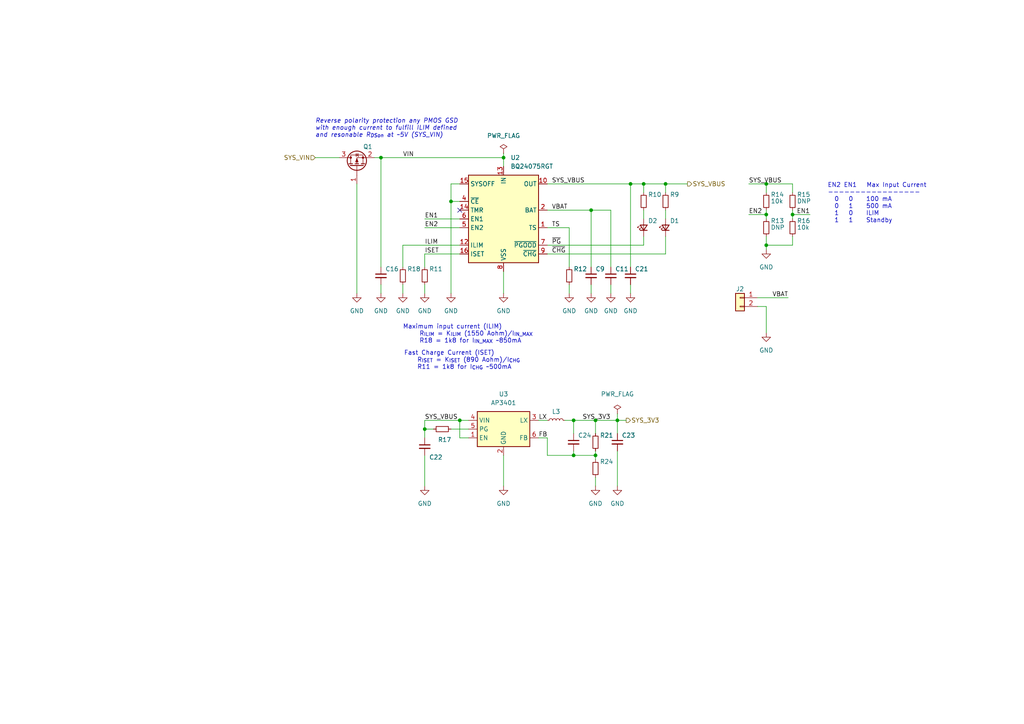
<source format=kicad_sch>
(kicad_sch (version 20211123) (generator eeschema)

  (uuid bc9f92c8-06ad-42c2-886a-6eebef9d648f)

  (paper "A4")

  (title_block
    (title "ink-frame")
    (date "2022-08-18")
    (rev "0.1")
    (comment 1 "@Vlad Conut")
  )

  (lib_symbols
    (symbol "Battery_Management:BQ24075RGT" (in_bom yes) (on_board yes)
      (property "Reference" "U" (id 0) (at -8.89 13.97 0)
        (effects (font (size 1.27 1.27)) (justify right))
      )
      (property "Value" "BQ24075RGT" (id 1) (at 16.51 13.97 0)
        (effects (font (size 1.27 1.27)) (justify right))
      )
      (property "Footprint" "Package_DFN_QFN:VQFN-16-1EP_3x3mm_P0.5mm_EP1.6x1.6mm" (id 2) (at 7.62 -13.97 0)
        (effects (font (size 1.27 1.27)) (justify left) hide)
      )
      (property "Datasheet" "http://www.ti.com/lit/ds/symlink/bq24075.pdf" (id 3) (at 7.62 5.08 0)
        (effects (font (size 1.27 1.27)) hide)
      )
      (property "ki_keywords" "USB Charge" (id 4) (at 0 0 0)
        (effects (font (size 1.27 1.27)) hide)
      )
      (property "ki_description" "USB-Friendly Li-Ion Battery Charger and Power-Path Management, VQFN-16" (id 5) (at 0 0 0)
        (effects (font (size 1.27 1.27)) hide)
      )
      (property "ki_fp_filters" "VQFN*1EP*3x3mm*P0.5mm*" (id 6) (at 0 0 0)
        (effects (font (size 1.27 1.27)) hide)
      )
      (symbol "BQ24075RGT_0_1"
        (rectangle (start -10.16 12.7) (end 10.16 -12.7)
          (stroke (width 0.254) (type default) (color 0 0 0 0))
          (fill (type background))
        )
      )
      (symbol "BQ24075RGT_1_1"
        (pin passive line (at 12.7 -2.54 180) (length 2.54)
          (name "TS" (effects (font (size 1.27 1.27))))
          (number "1" (effects (font (size 1.27 1.27))))
        )
        (pin power_out line (at 12.7 10.16 180) (length 2.54)
          (name "OUT" (effects (font (size 1.27 1.27))))
          (number "10" (effects (font (size 1.27 1.27))))
        )
        (pin passive line (at 12.7 10.16 180) (length 2.54) hide
          (name "OUT" (effects (font (size 1.27 1.27))))
          (number "11" (effects (font (size 1.27 1.27))))
        )
        (pin passive line (at -12.7 -7.62 0) (length 2.54)
          (name "ILIM" (effects (font (size 1.27 1.27))))
          (number "12" (effects (font (size 1.27 1.27))))
        )
        (pin power_in line (at 0 15.24 270) (length 2.54)
          (name "IN" (effects (font (size 1.27 1.27))))
          (number "13" (effects (font (size 1.27 1.27))))
        )
        (pin input line (at -12.7 2.54 0) (length 2.54)
          (name "TMR" (effects (font (size 1.27 1.27))))
          (number "14" (effects (font (size 1.27 1.27))))
        )
        (pin input line (at -12.7 10.16 0) (length 2.54)
          (name "SYSOFF" (effects (font (size 1.27 1.27))))
          (number "15" (effects (font (size 1.27 1.27))))
        )
        (pin passive line (at -12.7 -10.16 0) (length 2.54)
          (name "ISET" (effects (font (size 1.27 1.27))))
          (number "16" (effects (font (size 1.27 1.27))))
        )
        (pin passive line (at 0 -15.24 90) (length 2.54) hide
          (name "VSS" (effects (font (size 1.27 1.27))))
          (number "17" (effects (font (size 1.27 1.27))))
        )
        (pin power_out line (at 12.7 2.54 180) (length 2.54)
          (name "BAT" (effects (font (size 1.27 1.27))))
          (number "2" (effects (font (size 1.27 1.27))))
        )
        (pin passive line (at 12.7 2.54 180) (length 2.54) hide
          (name "BAT" (effects (font (size 1.27 1.27))))
          (number "3" (effects (font (size 1.27 1.27))))
        )
        (pin input line (at -12.7 5.08 0) (length 2.54)
          (name "~{CE}" (effects (font (size 1.27 1.27))))
          (number "4" (effects (font (size 1.27 1.27))))
        )
        (pin input line (at -12.7 -2.54 0) (length 2.54)
          (name "EN2" (effects (font (size 1.27 1.27))))
          (number "5" (effects (font (size 1.27 1.27))))
        )
        (pin input line (at -12.7 0 0) (length 2.54)
          (name "EN1" (effects (font (size 1.27 1.27))))
          (number "6" (effects (font (size 1.27 1.27))))
        )
        (pin open_collector line (at 12.7 -7.62 180) (length 2.54)
          (name "~{PGOOD}" (effects (font (size 1.27 1.27))))
          (number "7" (effects (font (size 1.27 1.27))))
        )
        (pin power_in line (at 0 -15.24 90) (length 2.54)
          (name "VSS" (effects (font (size 1.27 1.27))))
          (number "8" (effects (font (size 1.27 1.27))))
        )
        (pin open_collector line (at 12.7 -10.16 180) (length 2.54)
          (name "~{CHG}" (effects (font (size 1.27 1.27))))
          (number "9" (effects (font (size 1.27 1.27))))
        )
      )
    )
    (symbol "Connector_Generic:Conn_01x02" (pin_names (offset 1.016) hide) (in_bom yes) (on_board yes)
      (property "Reference" "J" (id 0) (at 0 2.54 0)
        (effects (font (size 1.27 1.27)))
      )
      (property "Value" "Conn_01x02" (id 1) (at 0 -5.08 0)
        (effects (font (size 1.27 1.27)))
      )
      (property "Footprint" "" (id 2) (at 0 0 0)
        (effects (font (size 1.27 1.27)) hide)
      )
      (property "Datasheet" "~" (id 3) (at 0 0 0)
        (effects (font (size 1.27 1.27)) hide)
      )
      (property "ki_keywords" "connector" (id 4) (at 0 0 0)
        (effects (font (size 1.27 1.27)) hide)
      )
      (property "ki_description" "Generic connector, single row, 01x02, script generated (kicad-library-utils/schlib/autogen/connector/)" (id 5) (at 0 0 0)
        (effects (font (size 1.27 1.27)) hide)
      )
      (property "ki_fp_filters" "Connector*:*_1x??_*" (id 6) (at 0 0 0)
        (effects (font (size 1.27 1.27)) hide)
      )
      (symbol "Conn_01x02_1_1"
        (rectangle (start -1.27 -2.413) (end 0 -2.667)
          (stroke (width 0.1524) (type default) (color 0 0 0 0))
          (fill (type none))
        )
        (rectangle (start -1.27 0.127) (end 0 -0.127)
          (stroke (width 0.1524) (type default) (color 0 0 0 0))
          (fill (type none))
        )
        (rectangle (start -1.27 1.27) (end 1.27 -3.81)
          (stroke (width 0.254) (type default) (color 0 0 0 0))
          (fill (type background))
        )
        (pin passive line (at -5.08 0 0) (length 3.81)
          (name "Pin_1" (effects (font (size 1.27 1.27))))
          (number "1" (effects (font (size 1.27 1.27))))
        )
        (pin passive line (at -5.08 -2.54 0) (length 3.81)
          (name "Pin_2" (effects (font (size 1.27 1.27))))
          (number "2" (effects (font (size 1.27 1.27))))
        )
      )
    )
    (symbol "Device:C_Small" (pin_numbers hide) (pin_names (offset 0.254) hide) (in_bom yes) (on_board yes)
      (property "Reference" "C" (id 0) (at 0.254 1.778 0)
        (effects (font (size 1.27 1.27)) (justify left))
      )
      (property "Value" "C_Small" (id 1) (at 0.254 -2.032 0)
        (effects (font (size 1.27 1.27)) (justify left))
      )
      (property "Footprint" "" (id 2) (at 0 0 0)
        (effects (font (size 1.27 1.27)) hide)
      )
      (property "Datasheet" "~" (id 3) (at 0 0 0)
        (effects (font (size 1.27 1.27)) hide)
      )
      (property "ki_keywords" "capacitor cap" (id 4) (at 0 0 0)
        (effects (font (size 1.27 1.27)) hide)
      )
      (property "ki_description" "Unpolarized capacitor, small symbol" (id 5) (at 0 0 0)
        (effects (font (size 1.27 1.27)) hide)
      )
      (property "ki_fp_filters" "C_*" (id 6) (at 0 0 0)
        (effects (font (size 1.27 1.27)) hide)
      )
      (symbol "C_Small_0_1"
        (polyline
          (pts
            (xy -1.524 -0.508)
            (xy 1.524 -0.508)
          )
          (stroke (width 0.3302) (type default) (color 0 0 0 0))
          (fill (type none))
        )
        (polyline
          (pts
            (xy -1.524 0.508)
            (xy 1.524 0.508)
          )
          (stroke (width 0.3048) (type default) (color 0 0 0 0))
          (fill (type none))
        )
      )
      (symbol "C_Small_1_1"
        (pin passive line (at 0 2.54 270) (length 2.032)
          (name "~" (effects (font (size 1.27 1.27))))
          (number "1" (effects (font (size 1.27 1.27))))
        )
        (pin passive line (at 0 -2.54 90) (length 2.032)
          (name "~" (effects (font (size 1.27 1.27))))
          (number "2" (effects (font (size 1.27 1.27))))
        )
      )
    )
    (symbol "Device:LED_Small" (pin_numbers hide) (pin_names (offset 0.254) hide) (in_bom yes) (on_board yes)
      (property "Reference" "D" (id 0) (at -1.27 3.175 0)
        (effects (font (size 1.27 1.27)) (justify left))
      )
      (property "Value" "LED_Small" (id 1) (at -4.445 -2.54 0)
        (effects (font (size 1.27 1.27)) (justify left))
      )
      (property "Footprint" "" (id 2) (at 0 0 90)
        (effects (font (size 1.27 1.27)) hide)
      )
      (property "Datasheet" "~" (id 3) (at 0 0 90)
        (effects (font (size 1.27 1.27)) hide)
      )
      (property "ki_keywords" "LED diode light-emitting-diode" (id 4) (at 0 0 0)
        (effects (font (size 1.27 1.27)) hide)
      )
      (property "ki_description" "Light emitting diode, small symbol" (id 5) (at 0 0 0)
        (effects (font (size 1.27 1.27)) hide)
      )
      (property "ki_fp_filters" "LED* LED_SMD:* LED_THT:*" (id 6) (at 0 0 0)
        (effects (font (size 1.27 1.27)) hide)
      )
      (symbol "LED_Small_0_1"
        (polyline
          (pts
            (xy -0.762 -1.016)
            (xy -0.762 1.016)
          )
          (stroke (width 0.254) (type default) (color 0 0 0 0))
          (fill (type none))
        )
        (polyline
          (pts
            (xy 1.016 0)
            (xy -0.762 0)
          )
          (stroke (width 0) (type default) (color 0 0 0 0))
          (fill (type none))
        )
        (polyline
          (pts
            (xy 0.762 -1.016)
            (xy -0.762 0)
            (xy 0.762 1.016)
            (xy 0.762 -1.016)
          )
          (stroke (width 0.254) (type default) (color 0 0 0 0))
          (fill (type none))
        )
        (polyline
          (pts
            (xy 0 0.762)
            (xy -0.508 1.27)
            (xy -0.254 1.27)
            (xy -0.508 1.27)
            (xy -0.508 1.016)
          )
          (stroke (width 0) (type default) (color 0 0 0 0))
          (fill (type none))
        )
        (polyline
          (pts
            (xy 0.508 1.27)
            (xy 0 1.778)
            (xy 0.254 1.778)
            (xy 0 1.778)
            (xy 0 1.524)
          )
          (stroke (width 0) (type default) (color 0 0 0 0))
          (fill (type none))
        )
      )
      (symbol "LED_Small_1_1"
        (pin passive line (at -2.54 0 0) (length 1.778)
          (name "K" (effects (font (size 1.27 1.27))))
          (number "1" (effects (font (size 1.27 1.27))))
        )
        (pin passive line (at 2.54 0 180) (length 1.778)
          (name "A" (effects (font (size 1.27 1.27))))
          (number "2" (effects (font (size 1.27 1.27))))
        )
      )
    )
    (symbol "Device:L_Small" (pin_numbers hide) (pin_names (offset 0.254) hide) (in_bom yes) (on_board yes)
      (property "Reference" "L" (id 0) (at 0.762 1.016 0)
        (effects (font (size 1.27 1.27)) (justify left))
      )
      (property "Value" "L_Small" (id 1) (at 0.762 -1.016 0)
        (effects (font (size 1.27 1.27)) (justify left))
      )
      (property "Footprint" "" (id 2) (at 0 0 0)
        (effects (font (size 1.27 1.27)) hide)
      )
      (property "Datasheet" "~" (id 3) (at 0 0 0)
        (effects (font (size 1.27 1.27)) hide)
      )
      (property "ki_keywords" "inductor choke coil reactor magnetic" (id 4) (at 0 0 0)
        (effects (font (size 1.27 1.27)) hide)
      )
      (property "ki_description" "Inductor, small symbol" (id 5) (at 0 0 0)
        (effects (font (size 1.27 1.27)) hide)
      )
      (property "ki_fp_filters" "Choke_* *Coil* Inductor_* L_*" (id 6) (at 0 0 0)
        (effects (font (size 1.27 1.27)) hide)
      )
      (symbol "L_Small_0_1"
        (arc (start 0 -2.032) (mid 0.508 -1.524) (end 0 -1.016)
          (stroke (width 0) (type default) (color 0 0 0 0))
          (fill (type none))
        )
        (arc (start 0 -1.016) (mid 0.508 -0.508) (end 0 0)
          (stroke (width 0) (type default) (color 0 0 0 0))
          (fill (type none))
        )
        (arc (start 0 0) (mid 0.508 0.508) (end 0 1.016)
          (stroke (width 0) (type default) (color 0 0 0 0))
          (fill (type none))
        )
        (arc (start 0 1.016) (mid 0.508 1.524) (end 0 2.032)
          (stroke (width 0) (type default) (color 0 0 0 0))
          (fill (type none))
        )
      )
      (symbol "L_Small_1_1"
        (pin passive line (at 0 2.54 270) (length 0.508)
          (name "~" (effects (font (size 1.27 1.27))))
          (number "1" (effects (font (size 1.27 1.27))))
        )
        (pin passive line (at 0 -2.54 90) (length 0.508)
          (name "~" (effects (font (size 1.27 1.27))))
          (number "2" (effects (font (size 1.27 1.27))))
        )
      )
    )
    (symbol "Device:Q_PMOS_GSD" (pin_names (offset 0) hide) (in_bom yes) (on_board yes)
      (property "Reference" "Q" (id 0) (at 5.08 1.27 0)
        (effects (font (size 1.27 1.27)) (justify left))
      )
      (property "Value" "Q_PMOS_GSD" (id 1) (at 5.08 -1.27 0)
        (effects (font (size 1.27 1.27)) (justify left))
      )
      (property "Footprint" "" (id 2) (at 5.08 2.54 0)
        (effects (font (size 1.27 1.27)) hide)
      )
      (property "Datasheet" "~" (id 3) (at 0 0 0)
        (effects (font (size 1.27 1.27)) hide)
      )
      (property "ki_keywords" "transistor PMOS P-MOS P-MOSFET" (id 4) (at 0 0 0)
        (effects (font (size 1.27 1.27)) hide)
      )
      (property "ki_description" "P-MOSFET transistor, gate/source/drain" (id 5) (at 0 0 0)
        (effects (font (size 1.27 1.27)) hide)
      )
      (symbol "Q_PMOS_GSD_0_1"
        (polyline
          (pts
            (xy 0.254 0)
            (xy -2.54 0)
          )
          (stroke (width 0) (type default) (color 0 0 0 0))
          (fill (type none))
        )
        (polyline
          (pts
            (xy 0.254 1.905)
            (xy 0.254 -1.905)
          )
          (stroke (width 0.254) (type default) (color 0 0 0 0))
          (fill (type none))
        )
        (polyline
          (pts
            (xy 0.762 -1.27)
            (xy 0.762 -2.286)
          )
          (stroke (width 0.254) (type default) (color 0 0 0 0))
          (fill (type none))
        )
        (polyline
          (pts
            (xy 0.762 0.508)
            (xy 0.762 -0.508)
          )
          (stroke (width 0.254) (type default) (color 0 0 0 0))
          (fill (type none))
        )
        (polyline
          (pts
            (xy 0.762 2.286)
            (xy 0.762 1.27)
          )
          (stroke (width 0.254) (type default) (color 0 0 0 0))
          (fill (type none))
        )
        (polyline
          (pts
            (xy 2.54 2.54)
            (xy 2.54 1.778)
          )
          (stroke (width 0) (type default) (color 0 0 0 0))
          (fill (type none))
        )
        (polyline
          (pts
            (xy 2.54 -2.54)
            (xy 2.54 0)
            (xy 0.762 0)
          )
          (stroke (width 0) (type default) (color 0 0 0 0))
          (fill (type none))
        )
        (polyline
          (pts
            (xy 0.762 1.778)
            (xy 3.302 1.778)
            (xy 3.302 -1.778)
            (xy 0.762 -1.778)
          )
          (stroke (width 0) (type default) (color 0 0 0 0))
          (fill (type none))
        )
        (polyline
          (pts
            (xy 2.286 0)
            (xy 1.27 0.381)
            (xy 1.27 -0.381)
            (xy 2.286 0)
          )
          (stroke (width 0) (type default) (color 0 0 0 0))
          (fill (type outline))
        )
        (polyline
          (pts
            (xy 2.794 -0.508)
            (xy 2.921 -0.381)
            (xy 3.683 -0.381)
            (xy 3.81 -0.254)
          )
          (stroke (width 0) (type default) (color 0 0 0 0))
          (fill (type none))
        )
        (polyline
          (pts
            (xy 3.302 -0.381)
            (xy 2.921 0.254)
            (xy 3.683 0.254)
            (xy 3.302 -0.381)
          )
          (stroke (width 0) (type default) (color 0 0 0 0))
          (fill (type none))
        )
        (circle (center 1.651 0) (radius 2.794)
          (stroke (width 0.254) (type default) (color 0 0 0 0))
          (fill (type none))
        )
        (circle (center 2.54 -1.778) (radius 0.254)
          (stroke (width 0) (type default) (color 0 0 0 0))
          (fill (type outline))
        )
        (circle (center 2.54 1.778) (radius 0.254)
          (stroke (width 0) (type default) (color 0 0 0 0))
          (fill (type outline))
        )
      )
      (symbol "Q_PMOS_GSD_1_1"
        (pin input line (at -5.08 0 0) (length 2.54)
          (name "G" (effects (font (size 1.27 1.27))))
          (number "1" (effects (font (size 1.27 1.27))))
        )
        (pin passive line (at 2.54 -5.08 90) (length 2.54)
          (name "S" (effects (font (size 1.27 1.27))))
          (number "2" (effects (font (size 1.27 1.27))))
        )
        (pin passive line (at 2.54 5.08 270) (length 2.54)
          (name "D" (effects (font (size 1.27 1.27))))
          (number "3" (effects (font (size 1.27 1.27))))
        )
      )
    )
    (symbol "Device:R_Small" (pin_numbers hide) (pin_names (offset 0.254) hide) (in_bom yes) (on_board yes)
      (property "Reference" "R" (id 0) (at 0.762 0.508 0)
        (effects (font (size 1.27 1.27)) (justify left))
      )
      (property "Value" "R_Small" (id 1) (at 0.762 -1.016 0)
        (effects (font (size 1.27 1.27)) (justify left))
      )
      (property "Footprint" "" (id 2) (at 0 0 0)
        (effects (font (size 1.27 1.27)) hide)
      )
      (property "Datasheet" "~" (id 3) (at 0 0 0)
        (effects (font (size 1.27 1.27)) hide)
      )
      (property "ki_keywords" "R resistor" (id 4) (at 0 0 0)
        (effects (font (size 1.27 1.27)) hide)
      )
      (property "ki_description" "Resistor, small symbol" (id 5) (at 0 0 0)
        (effects (font (size 1.27 1.27)) hide)
      )
      (property "ki_fp_filters" "R_*" (id 6) (at 0 0 0)
        (effects (font (size 1.27 1.27)) hide)
      )
      (symbol "R_Small_0_1"
        (rectangle (start -0.762 1.778) (end 0.762 -1.778)
          (stroke (width 0.2032) (type default) (color 0 0 0 0))
          (fill (type none))
        )
      )
      (symbol "R_Small_1_1"
        (pin passive line (at 0 2.54 270) (length 0.762)
          (name "~" (effects (font (size 1.27 1.27))))
          (number "1" (effects (font (size 1.27 1.27))))
        )
        (pin passive line (at 0 -2.54 90) (length 0.762)
          (name "~" (effects (font (size 1.27 1.27))))
          (number "2" (effects (font (size 1.27 1.27))))
        )
      )
    )
    (symbol "Regulator_Switching:AP3402" (in_bom yes) (on_board yes)
      (property "Reference" "U" (id 0) (at -7.62 6.35 0)
        (effects (font (size 1.27 1.27)))
      )
      (property "Value" "AP3402" (id 1) (at 5.08 6.35 0)
        (effects (font (size 1.27 1.27)))
      )
      (property "Footprint" "Package_TO_SOT_SMD:TSOT-23-6" (id 2) (at 0 0 0)
        (effects (font (size 1.27 1.27)) hide)
      )
      (property "Datasheet" "https://www.diodes.com/assets/Datasheets/AP3402.pdf" (id 3) (at 0 0 0)
        (effects (font (size 1.27 1.27)) hide)
      )
      (property "ki_keywords" "buck switching converter" (id 4) (at 0 0 0)
        (effects (font (size 1.27 1.27)) hide)
      )
      (property "ki_description" "1.0MHz 2A Step-Down DC-DC Buck Converter, TSOT-23-6" (id 5) (at 0 0 0)
        (effects (font (size 1.27 1.27)) hide)
      )
      (property "ki_fp_filters" "TSOT?23*" (id 6) (at 0 0 0)
        (effects (font (size 1.27 1.27)) hide)
      )
      (symbol "AP3402_0_1"
        (rectangle (start -7.62 5.08) (end 7.62 -5.08)
          (stroke (width 0.254) (type default) (color 0 0 0 0))
          (fill (type background))
        )
      )
      (symbol "AP3402_1_1"
        (pin input line (at -10.16 -2.54 0) (length 2.54)
          (name "EN" (effects (font (size 1.27 1.27))))
          (number "1" (effects (font (size 1.27 1.27))))
        )
        (pin power_in line (at 0 -7.62 90) (length 2.54)
          (name "GND" (effects (font (size 1.27 1.27))))
          (number "2" (effects (font (size 1.27 1.27))))
        )
        (pin power_out line (at 10.16 2.54 180) (length 2.54)
          (name "LX" (effects (font (size 1.27 1.27))))
          (number "3" (effects (font (size 1.27 1.27))))
        )
        (pin power_in line (at -10.16 2.54 0) (length 2.54)
          (name "VIN" (effects (font (size 1.27 1.27))))
          (number "4" (effects (font (size 1.27 1.27))))
        )
        (pin input line (at -10.16 0 0) (length 2.54)
          (name "PG" (effects (font (size 1.27 1.27))))
          (number "5" (effects (font (size 1.27 1.27))))
        )
        (pin input line (at 10.16 -2.54 180) (length 2.54)
          (name "FB" (effects (font (size 1.27 1.27))))
          (number "6" (effects (font (size 1.27 1.27))))
        )
      )
    )
    (symbol "power:GND" (power) (pin_names (offset 0)) (in_bom yes) (on_board yes)
      (property "Reference" "#PWR" (id 0) (at 0 -6.35 0)
        (effects (font (size 1.27 1.27)) hide)
      )
      (property "Value" "GND" (id 1) (at 0 -3.81 0)
        (effects (font (size 1.27 1.27)))
      )
      (property "Footprint" "" (id 2) (at 0 0 0)
        (effects (font (size 1.27 1.27)) hide)
      )
      (property "Datasheet" "" (id 3) (at 0 0 0)
        (effects (font (size 1.27 1.27)) hide)
      )
      (property "ki_keywords" "power-flag" (id 4) (at 0 0 0)
        (effects (font (size 1.27 1.27)) hide)
      )
      (property "ki_description" "Power symbol creates a global label with name \"GND\" , ground" (id 5) (at 0 0 0)
        (effects (font (size 1.27 1.27)) hide)
      )
      (symbol "GND_0_1"
        (polyline
          (pts
            (xy 0 0)
            (xy 0 -1.27)
            (xy 1.27 -1.27)
            (xy 0 -2.54)
            (xy -1.27 -1.27)
            (xy 0 -1.27)
          )
          (stroke (width 0) (type default) (color 0 0 0 0))
          (fill (type none))
        )
      )
      (symbol "GND_1_1"
        (pin power_in line (at 0 0 270) (length 0) hide
          (name "GND" (effects (font (size 1.27 1.27))))
          (number "1" (effects (font (size 1.27 1.27))))
        )
      )
    )
    (symbol "power:PWR_FLAG" (power) (pin_numbers hide) (pin_names (offset 0) hide) (in_bom yes) (on_board yes)
      (property "Reference" "#FLG" (id 0) (at 0 1.905 0)
        (effects (font (size 1.27 1.27)) hide)
      )
      (property "Value" "PWR_FLAG" (id 1) (at 0 3.81 0)
        (effects (font (size 1.27 1.27)))
      )
      (property "Footprint" "" (id 2) (at 0 0 0)
        (effects (font (size 1.27 1.27)) hide)
      )
      (property "Datasheet" "~" (id 3) (at 0 0 0)
        (effects (font (size 1.27 1.27)) hide)
      )
      (property "ki_keywords" "power-flag" (id 4) (at 0 0 0)
        (effects (font (size 1.27 1.27)) hide)
      )
      (property "ki_description" "Special symbol for telling ERC where power comes from" (id 5) (at 0 0 0)
        (effects (font (size 1.27 1.27)) hide)
      )
      (symbol "PWR_FLAG_0_0"
        (pin power_out line (at 0 0 90) (length 0)
          (name "pwr" (effects (font (size 1.27 1.27))))
          (number "1" (effects (font (size 1.27 1.27))))
        )
      )
      (symbol "PWR_FLAG_0_1"
        (polyline
          (pts
            (xy 0 0)
            (xy 0 1.27)
            (xy -1.016 1.905)
            (xy 0 2.54)
            (xy 1.016 1.905)
            (xy 0 1.27)
          )
          (stroke (width 0) (type default) (color 0 0 0 0))
          (fill (type none))
        )
      )
    )
  )

  (junction (at 222.25 53.34) (diameter 0) (color 0 0 0 0)
    (uuid 0ae4d4ef-0708-434d-b86f-ac320fd1b33d)
  )
  (junction (at 172.72 132.08) (diameter 0) (color 0 0 0 0)
    (uuid 1ee329e3-21fe-4267-ac20-b3f2307a16d5)
  )
  (junction (at 179.07 121.92) (diameter 0) (color 0 0 0 0)
    (uuid 36bc5605-5190-45cd-bf15-b85dec19b562)
  )
  (junction (at 110.49 45.72) (diameter 0) (color 0 0 0 0)
    (uuid 44c9c9f2-f8a5-4a8f-afcc-f58e5ee8e4bd)
  )
  (junction (at 172.72 121.92) (diameter 0) (color 0 0 0 0)
    (uuid 4583fb43-c27d-4854-919c-89c8cc93a21f)
  )
  (junction (at 146.05 45.72) (diameter 0) (color 0 0 0 0)
    (uuid 5ccdf06b-5de2-4e0c-9947-70d37d359b1b)
  )
  (junction (at 222.25 71.12) (diameter 0) (color 0 0 0 0)
    (uuid 704bdcda-a8de-48f1-aa23-a96fbad9aaec)
  )
  (junction (at 229.87 62.23) (diameter 0) (color 0 0 0 0)
    (uuid 8155fa8b-ca8b-4538-8f96-0a0e408bbe5f)
  )
  (junction (at 193.04 53.34) (diameter 0) (color 0 0 0 0)
    (uuid 9826d35e-5d63-425f-8a3a-fc0039aab65b)
  )
  (junction (at 123.19 124.46) (diameter 0) (color 0 0 0 0)
    (uuid 9e4685a3-550d-4b09-9223-c7461b336160)
  )
  (junction (at 182.88 53.34) (diameter 0) (color 0 0 0 0)
    (uuid b5094eef-9f39-4eff-9d68-32771bd2a5d7)
  )
  (junction (at 171.45 60.96) (diameter 0) (color 0 0 0 0)
    (uuid c0608093-49f2-4e45-88c6-91d1f34036a0)
  )
  (junction (at 222.25 62.23) (diameter 0) (color 0 0 0 0)
    (uuid cece7abf-dbc4-4c81-9d53-0352d507d02c)
  )
  (junction (at 166.37 121.92) (diameter 0) (color 0 0 0 0)
    (uuid ec53f759-566e-471e-849d-c4bd867fa6b4)
  )
  (junction (at 130.81 58.42) (diameter 0) (color 0 0 0 0)
    (uuid f087fb06-edfa-4aba-bec1-d94229b1fca3)
  )
  (junction (at 166.37 132.08) (diameter 0) (color 0 0 0 0)
    (uuid f1d0942d-edfa-44f4-b30d-49fdb8cbe04b)
  )
  (junction (at 133.35 121.92) (diameter 0) (color 0 0 0 0)
    (uuid faa526cb-ab99-4181-83c9-c80c8a7f16e0)
  )
  (junction (at 186.69 53.34) (diameter 0) (color 0 0 0 0)
    (uuid fc5cf660-bbcf-4209-8817-010c0d71d183)
  )

  (no_connect (at 133.35 60.96) (uuid 95576a76-91bb-4db4-bcad-45ffa1fb7580))

  (wire (pts (xy 222.25 62.23) (xy 222.25 63.5))
    (stroke (width 0) (type default) (color 0 0 0 0))
    (uuid 045cc974-d4bb-46b8-a404-e8612805b6cc)
  )
  (wire (pts (xy 229.87 62.23) (xy 234.95 62.23))
    (stroke (width 0) (type default) (color 0 0 0 0))
    (uuid 0d76e15b-52ef-43b4-86df-5e10300c38d3)
  )
  (wire (pts (xy 229.87 62.23) (xy 229.87 63.5))
    (stroke (width 0) (type default) (color 0 0 0 0))
    (uuid 0f64a019-e0fb-4cbe-bbee-459b093c5c66)
  )
  (wire (pts (xy 123.19 63.5) (xy 133.35 63.5))
    (stroke (width 0) (type default) (color 0 0 0 0))
    (uuid 11cedb14-b9ae-4f37-83c4-cc5891cc3ba1)
  )
  (wire (pts (xy 186.69 55.88) (xy 186.69 53.34))
    (stroke (width 0) (type default) (color 0 0 0 0))
    (uuid 16943b7c-09b7-48ab-9c63-c72f1d3a56d6)
  )
  (wire (pts (xy 172.72 132.08) (xy 172.72 133.35))
    (stroke (width 0) (type default) (color 0 0 0 0))
    (uuid 1b4b581d-5503-4b07-9406-1460abe242c0)
  )
  (wire (pts (xy 182.88 82.55) (xy 182.88 85.09))
    (stroke (width 0) (type default) (color 0 0 0 0))
    (uuid 1cbc8570-6077-4a0c-8f74-7bf0dc51b0ae)
  )
  (wire (pts (xy 171.45 77.47) (xy 171.45 60.96))
    (stroke (width 0) (type default) (color 0 0 0 0))
    (uuid 1ce2fc39-63eb-4c3b-a684-88c7a188fecd)
  )
  (wire (pts (xy 177.165 77.47) (xy 177.165 60.96))
    (stroke (width 0) (type default) (color 0 0 0 0))
    (uuid 26d195b1-26c7-4514-9de4-6a939b4d70c7)
  )
  (wire (pts (xy 219.71 88.9) (xy 222.25 88.9))
    (stroke (width 0) (type default) (color 0 0 0 0))
    (uuid 28823ff5-c4b9-448c-811b-e0c67f39e341)
  )
  (wire (pts (xy 229.87 60.96) (xy 229.87 62.23))
    (stroke (width 0) (type default) (color 0 0 0 0))
    (uuid 293acaad-b7a3-4f53-9424-7642ccb26fe6)
  )
  (wire (pts (xy 193.04 63.5) (xy 193.04 60.96))
    (stroke (width 0) (type default) (color 0 0 0 0))
    (uuid 307088f8-57bd-489f-bac2-41538e04b1fe)
  )
  (wire (pts (xy 156.21 121.92) (xy 158.75 121.92))
    (stroke (width 0) (type default) (color 0 0 0 0))
    (uuid 3a35125d-94a8-490a-a601-73bcb6f3306a)
  )
  (wire (pts (xy 163.83 121.92) (xy 166.37 121.92))
    (stroke (width 0) (type default) (color 0 0 0 0))
    (uuid 3b596506-65bf-4a2a-90c0-c8e397dd346e)
  )
  (wire (pts (xy 123.19 73.66) (xy 123.19 77.47))
    (stroke (width 0) (type default) (color 0 0 0 0))
    (uuid 3d62aa06-2c96-43e9-b5af-467db78ccc9f)
  )
  (wire (pts (xy 133.35 127) (xy 135.89 127))
    (stroke (width 0) (type default) (color 0 0 0 0))
    (uuid 47aaa67a-65cf-4aa9-b454-1b34ac9d6749)
  )
  (wire (pts (xy 123.19 66.04) (xy 133.35 66.04))
    (stroke (width 0) (type default) (color 0 0 0 0))
    (uuid 4a2d44a0-17de-422a-902b-aa4c3fb1d513)
  )
  (wire (pts (xy 177.165 60.96) (xy 171.45 60.96))
    (stroke (width 0) (type default) (color 0 0 0 0))
    (uuid 4e2e8d21-8248-4759-8a5a-e3ef0f254d8d)
  )
  (wire (pts (xy 158.75 71.12) (xy 186.69 71.12))
    (stroke (width 0) (type default) (color 0 0 0 0))
    (uuid 50935b59-dd9e-40fb-bb04-71df4fe01370)
  )
  (wire (pts (xy 217.17 62.23) (xy 222.25 62.23))
    (stroke (width 0) (type default) (color 0 0 0 0))
    (uuid 55f7e46c-97d7-4154-81fe-9f8a060ae2a6)
  )
  (wire (pts (xy 222.25 71.12) (xy 222.25 72.39))
    (stroke (width 0) (type default) (color 0 0 0 0))
    (uuid 57763515-127f-4b47-8a98-0d3924395faa)
  )
  (wire (pts (xy 156.21 127) (xy 158.75 127))
    (stroke (width 0) (type default) (color 0 0 0 0))
    (uuid 5e6be8fb-da1b-41b8-8825-e70019822af3)
  )
  (wire (pts (xy 158.75 53.34) (xy 182.88 53.34))
    (stroke (width 0) (type default) (color 0 0 0 0))
    (uuid 63db8595-ef74-4bb6-9547-6e14f2051a07)
  )
  (wire (pts (xy 158.75 66.04) (xy 165.1 66.04))
    (stroke (width 0) (type default) (color 0 0 0 0))
    (uuid 66167320-96f5-459f-be4a-725be38f1637)
  )
  (wire (pts (xy 219.71 86.36) (xy 228.6 86.36))
    (stroke (width 0) (type default) (color 0 0 0 0))
    (uuid 662f8ca6-8675-4a8b-84cd-c70e8950b2db)
  )
  (wire (pts (xy 166.37 121.92) (xy 172.72 121.92))
    (stroke (width 0) (type default) (color 0 0 0 0))
    (uuid 6ae2ce2d-3e4a-4120-b416-88c9f0a22bde)
  )
  (wire (pts (xy 182.88 77.47) (xy 182.88 53.34))
    (stroke (width 0) (type default) (color 0 0 0 0))
    (uuid 6e822909-631a-4cd8-9540-2e11f53b84d1)
  )
  (wire (pts (xy 130.81 53.34) (xy 130.81 58.42))
    (stroke (width 0) (type default) (color 0 0 0 0))
    (uuid 7254db93-dc96-4265-9a6f-75ae9aff059c)
  )
  (wire (pts (xy 222.25 55.88) (xy 222.25 53.34))
    (stroke (width 0) (type default) (color 0 0 0 0))
    (uuid 74c335aa-b72b-4eb2-9d19-a4f6cc605120)
  )
  (wire (pts (xy 133.35 53.34) (xy 130.81 53.34))
    (stroke (width 0) (type default) (color 0 0 0 0))
    (uuid 76ecbfd6-cb95-4d19-bd18-9f2c51c4ebf0)
  )
  (wire (pts (xy 217.17 53.34) (xy 222.25 53.34))
    (stroke (width 0) (type default) (color 0 0 0 0))
    (uuid 784939cf-d5be-4e1f-9997-de4154daf387)
  )
  (wire (pts (xy 158.75 73.66) (xy 193.04 73.66))
    (stroke (width 0) (type default) (color 0 0 0 0))
    (uuid 7c557dc0-3ad2-4b83-98e5-c4c8e4fda1a3)
  )
  (wire (pts (xy 146.05 140.97) (xy 146.05 132.08))
    (stroke (width 0) (type default) (color 0 0 0 0))
    (uuid 7d917ea0-8f34-4ce8-b501-0da0f570bbe1)
  )
  (wire (pts (xy 91.44 45.72) (xy 98.425 45.72))
    (stroke (width 0) (type default) (color 0 0 0 0))
    (uuid 7f161ca8-1968-4889-976e-eb7c6c12cf9f)
  )
  (wire (pts (xy 165.1 66.04) (xy 165.1 77.47))
    (stroke (width 0) (type default) (color 0 0 0 0))
    (uuid 83815bd5-67b6-4b95-840e-a349881c1d3a)
  )
  (wire (pts (xy 193.04 55.88) (xy 193.04 53.34))
    (stroke (width 0) (type default) (color 0 0 0 0))
    (uuid 84a1e7bf-03eb-4715-8641-38d7cbff4d91)
  )
  (wire (pts (xy 193.04 53.34) (xy 199.39 53.34))
    (stroke (width 0) (type default) (color 0 0 0 0))
    (uuid 86e9463c-d319-4405-82d7-2547c608d817)
  )
  (wire (pts (xy 182.88 53.34) (xy 186.69 53.34))
    (stroke (width 0) (type default) (color 0 0 0 0))
    (uuid 89b4cd9e-3141-400b-807d-70bde2e207c1)
  )
  (wire (pts (xy 222.25 60.96) (xy 222.25 62.23))
    (stroke (width 0) (type default) (color 0 0 0 0))
    (uuid 8e00fd42-f8cb-4f69-b183-d2b29e7e4e78)
  )
  (wire (pts (xy 229.87 53.34) (xy 229.87 55.88))
    (stroke (width 0) (type default) (color 0 0 0 0))
    (uuid 8f7ed7d5-46f2-45cb-8456-4c01c745b38f)
  )
  (wire (pts (xy 179.07 130.81) (xy 179.07 140.97))
    (stroke (width 0) (type default) (color 0 0 0 0))
    (uuid 8fb2ca62-de80-4ca2-ba37-f5b78cfd243a)
  )
  (wire (pts (xy 116.84 82.55) (xy 116.84 85.09))
    (stroke (width 0) (type default) (color 0 0 0 0))
    (uuid 900ad1c8-ce76-496e-819c-30de81ad572f)
  )
  (wire (pts (xy 123.19 124.46) (xy 123.19 127))
    (stroke (width 0) (type default) (color 0 0 0 0))
    (uuid 910a7ace-b98a-4665-9c78-5fd15b354945)
  )
  (wire (pts (xy 222.25 88.9) (xy 222.25 96.52))
    (stroke (width 0) (type default) (color 0 0 0 0))
    (uuid 932fb1f8-ce5b-4822-a51b-e759aaed2418)
  )
  (wire (pts (xy 116.84 77.47) (xy 116.84 71.12))
    (stroke (width 0) (type default) (color 0 0 0 0))
    (uuid 93715133-6565-4323-a05d-b4abc30011ea)
  )
  (wire (pts (xy 229.87 68.58) (xy 229.87 71.12))
    (stroke (width 0) (type default) (color 0 0 0 0))
    (uuid 93768844-d09f-471c-9e41-d0a5cf23279a)
  )
  (wire (pts (xy 193.04 73.66) (xy 193.04 68.58))
    (stroke (width 0) (type default) (color 0 0 0 0))
    (uuid 96a760ef-4250-4452-9d78-1660de90aaac)
  )
  (wire (pts (xy 116.84 71.12) (xy 133.35 71.12))
    (stroke (width 0) (type default) (color 0 0 0 0))
    (uuid 9fbec321-0341-459b-b142-8d4227dcfc85)
  )
  (wire (pts (xy 177.165 82.55) (xy 177.165 85.09))
    (stroke (width 0) (type default) (color 0 0 0 0))
    (uuid a0a04465-1993-42d5-9d1a-3ff8b3faba85)
  )
  (wire (pts (xy 158.75 60.96) (xy 171.45 60.96))
    (stroke (width 0) (type default) (color 0 0 0 0))
    (uuid a5e5e412-21ad-4347-806d-ec54b775980c)
  )
  (wire (pts (xy 172.72 121.92) (xy 172.72 125.73))
    (stroke (width 0) (type default) (color 0 0 0 0))
    (uuid a809a4f8-9e2a-4c33-b6e1-ec1b19e5fbc4)
  )
  (wire (pts (xy 158.75 132.08) (xy 158.75 127))
    (stroke (width 0) (type default) (color 0 0 0 0))
    (uuid a841ce65-0aff-4773-9fce-0ee0ceab06c0)
  )
  (wire (pts (xy 172.72 130.81) (xy 172.72 132.08))
    (stroke (width 0) (type default) (color 0 0 0 0))
    (uuid a8c7f01d-20cf-435e-8be3-e6bf1954c31a)
  )
  (wire (pts (xy 179.07 120.015) (xy 179.07 121.92))
    (stroke (width 0) (type default) (color 0 0 0 0))
    (uuid a9cb2606-2d6c-4744-935a-25bc2c819bf5)
  )
  (wire (pts (xy 166.37 132.08) (xy 158.75 132.08))
    (stroke (width 0) (type default) (color 0 0 0 0))
    (uuid ab502f67-2184-4edc-b04e-4443dae38ee7)
  )
  (wire (pts (xy 110.49 45.72) (xy 146.05 45.72))
    (stroke (width 0) (type default) (color 0 0 0 0))
    (uuid acf18da7-a43f-4734-83e1-c0b1c310039b)
  )
  (wire (pts (xy 179.07 121.92) (xy 181.61 121.92))
    (stroke (width 0) (type default) (color 0 0 0 0))
    (uuid af1969cd-e95f-46bc-863f-7a4db1281400)
  )
  (wire (pts (xy 146.05 44.45) (xy 146.05 45.72))
    (stroke (width 0) (type default) (color 0 0 0 0))
    (uuid b165bf2e-5d53-4e39-9230-c5dfab53437e)
  )
  (wire (pts (xy 123.19 132.08) (xy 123.19 140.97))
    (stroke (width 0) (type default) (color 0 0 0 0))
    (uuid b5c53faa-3c77-46d5-a74a-a9855ab8c410)
  )
  (wire (pts (xy 130.81 124.46) (xy 135.89 124.46))
    (stroke (width 0) (type default) (color 0 0 0 0))
    (uuid b780565e-0360-4e97-bb48-0cbc7549b825)
  )
  (wire (pts (xy 179.07 121.92) (xy 179.07 125.73))
    (stroke (width 0) (type default) (color 0 0 0 0))
    (uuid bcc04aa1-5d1c-4cf6-9bce-80dfde048fb1)
  )
  (wire (pts (xy 146.05 48.26) (xy 146.05 45.72))
    (stroke (width 0) (type default) (color 0 0 0 0))
    (uuid bd3d6489-7cd4-4906-8713-2c9237fa3b4d)
  )
  (wire (pts (xy 165.1 82.55) (xy 165.1 85.09))
    (stroke (width 0) (type default) (color 0 0 0 0))
    (uuid c59a2424-8316-473f-bfd6-bae0b7cd0742)
  )
  (wire (pts (xy 146.05 78.74) (xy 146.05 85.09))
    (stroke (width 0) (type default) (color 0 0 0 0))
    (uuid c73edd70-bd8c-4d7b-bd21-e83476c26357)
  )
  (wire (pts (xy 110.49 82.55) (xy 110.49 85.09))
    (stroke (width 0) (type default) (color 0 0 0 0))
    (uuid c944a63a-9afa-4de6-8478-a8b5d8ef0355)
  )
  (wire (pts (xy 186.69 60.96) (xy 186.69 63.5))
    (stroke (width 0) (type default) (color 0 0 0 0))
    (uuid c9f8223b-7d6b-43dd-94aa-e91125968e27)
  )
  (wire (pts (xy 222.25 53.34) (xy 229.87 53.34))
    (stroke (width 0) (type default) (color 0 0 0 0))
    (uuid ca98c69f-24e5-4491-939c-7a1ab0e907f2)
  )
  (wire (pts (xy 103.505 53.34) (xy 103.505 85.09))
    (stroke (width 0) (type default) (color 0 0 0 0))
    (uuid cada0846-b2d9-4b0b-ae5b-7d496018ad68)
  )
  (wire (pts (xy 186.69 53.34) (xy 193.04 53.34))
    (stroke (width 0) (type default) (color 0 0 0 0))
    (uuid cb787d98-d443-4ad9-b3e6-8794d14abd01)
  )
  (wire (pts (xy 172.72 132.08) (xy 166.37 132.08))
    (stroke (width 0) (type default) (color 0 0 0 0))
    (uuid cba15e3f-8752-4bf8-9799-14179233df9b)
  )
  (wire (pts (xy 123.19 121.92) (xy 123.19 124.46))
    (stroke (width 0) (type default) (color 0 0 0 0))
    (uuid cc4e12d7-4e13-4be9-8642-a5a6f5851d05)
  )
  (wire (pts (xy 130.81 58.42) (xy 130.81 85.09))
    (stroke (width 0) (type default) (color 0 0 0 0))
    (uuid ccd258cc-c815-41a8-99d5-ca4f8a9e7507)
  )
  (wire (pts (xy 133.35 121.92) (xy 133.35 127))
    (stroke (width 0) (type default) (color 0 0 0 0))
    (uuid cd505d21-44c0-4b7a-bfcd-903a48770a46)
  )
  (wire (pts (xy 186.69 71.12) (xy 186.69 68.58))
    (stroke (width 0) (type default) (color 0 0 0 0))
    (uuid cdd55026-033f-4774-b41e-465602c42efc)
  )
  (wire (pts (xy 110.49 77.47) (xy 110.49 45.72))
    (stroke (width 0) (type default) (color 0 0 0 0))
    (uuid cf75685a-2436-42d6-9a50-cb398d9ca2b4)
  )
  (wire (pts (xy 166.37 130.81) (xy 166.37 132.08))
    (stroke (width 0) (type default) (color 0 0 0 0))
    (uuid d73d745d-37b6-4feb-a407-dca23d8dcd2f)
  )
  (wire (pts (xy 172.72 121.92) (xy 179.07 121.92))
    (stroke (width 0) (type default) (color 0 0 0 0))
    (uuid d7a2ea51-a396-4803-9f46-e381b1259172)
  )
  (wire (pts (xy 133.35 121.92) (xy 135.89 121.92))
    (stroke (width 0) (type default) (color 0 0 0 0))
    (uuid d949c57b-68c3-4f1e-b5cb-f4dbf1453a05)
  )
  (wire (pts (xy 166.37 121.92) (xy 166.37 125.73))
    (stroke (width 0) (type default) (color 0 0 0 0))
    (uuid db1057ee-77a4-464f-9ef6-6f2511db08f6)
  )
  (wire (pts (xy 123.19 124.46) (xy 125.73 124.46))
    (stroke (width 0) (type default) (color 0 0 0 0))
    (uuid de4cbf0f-efbf-41c1-89c2-4368d8918daa)
  )
  (wire (pts (xy 108.585 45.72) (xy 110.49 45.72))
    (stroke (width 0) (type default) (color 0 0 0 0))
    (uuid dfe9645f-0c14-45bc-91ef-68aa9e7fe904)
  )
  (wire (pts (xy 172.72 138.43) (xy 172.72 140.97))
    (stroke (width 0) (type default) (color 0 0 0 0))
    (uuid e1666e8f-2412-4887-8eaa-d17df407f060)
  )
  (wire (pts (xy 133.35 58.42) (xy 130.81 58.42))
    (stroke (width 0) (type default) (color 0 0 0 0))
    (uuid ea2f6ddf-78c3-4617-978c-22403836e3fd)
  )
  (wire (pts (xy 123.19 121.92) (xy 133.35 121.92))
    (stroke (width 0) (type default) (color 0 0 0 0))
    (uuid ead9ebde-970c-404e-b1fe-a90d7f1fb9d8)
  )
  (wire (pts (xy 123.19 82.55) (xy 123.19 85.09))
    (stroke (width 0) (type default) (color 0 0 0 0))
    (uuid ecff96a4-6047-47fc-8154-3c59ac5a96b3)
  )
  (wire (pts (xy 171.45 82.55) (xy 171.45 85.09))
    (stroke (width 0) (type default) (color 0 0 0 0))
    (uuid edf9a5c5-c595-4615-bf7a-d1b6fba265f1)
  )
  (wire (pts (xy 222.25 68.58) (xy 222.25 71.12))
    (stroke (width 0) (type default) (color 0 0 0 0))
    (uuid f0fdb77a-9a95-4c54-92a1-9bc59d21c06b)
  )
  (wire (pts (xy 222.25 71.12) (xy 229.87 71.12))
    (stroke (width 0) (type default) (color 0 0 0 0))
    (uuid f31d441e-ed0e-4c7e-8040-2942d2f9a986)
  )
  (wire (pts (xy 123.19 73.66) (xy 133.35 73.66))
    (stroke (width 0) (type default) (color 0 0 0 0))
    (uuid fe9eea32-1f96-4933-92a0-2f0ade1bd1aa)
  )

  (text "Maximum input current (ILIM)\n	R_{ILIM} = K_{ILIM} (1550 Aohm)/I_{IN_MAX}\n	R18 = 1k8 for I_{IN_MAX} ~850mA"
    (at 116.84 99.695 0)
    (effects (font (size 1.27 1.27)) (justify left bottom))
    (uuid 16256f44-f9ec-4809-8b3d-f8fd162ac17f)
  )
  (text " Fast Charge Current (ISET)\n	R_{ISET} = K_{ISET} (890 Aohm)/I_{CHG}\n	R11 = 1k8 for I_{CHG} ~500mA"
    (at 116.205 107.315 0)
    (effects (font (size 1.27 1.27)) (justify left bottom))
    (uuid 2ece52d3-c701-488d-b7b3-9534301ddeac)
  )
  (text "EN2 EN1   Max Input Current\n-----------------\n  0   0    100 mA\n  0   1    500 mA\n  1   0    ILIM\n  1   1    Standby"
    (at 240.03 64.77 0)
    (effects (font (size 1.27 1.27)) (justify left bottom))
    (uuid 4ac319ad-deb6-44cb-be81-40db28d07e0f)
  )
  (text "Reverse polarity protection any PMOS GSD \nwith enough current to fulfill ILIM defined\nand resonable R_{DSon} at ~5V (SYS_VIN)"
    (at 91.44 40.005 0)
    (effects (font (size 1.27 1.27) italic) (justify left bottom))
    (uuid fb59f76f-4be2-4333-a5c9-5d2d196b2e46)
  )

  (label "SYS_3V3" (at 168.91 121.92 0)
    (effects (font (size 1.27 1.27)) (justify left bottom))
    (uuid 25e23ed0-d7fc-4774-8729-bd1a7952b705)
  )
  (label "TS" (at 160.02 66.04 0)
    (effects (font (size 1.27 1.27)) (justify left bottom))
    (uuid 534ed3cb-7c80-4f06-9704-e7252cc43f5d)
  )
  (label "SYS_VBUS" (at 123.19 121.92 0)
    (effects (font (size 1.27 1.27)) (justify left bottom))
    (uuid 7c172855-dd26-497d-9316-9ef8745a7b80)
  )
  (label "SYS_VBUS" (at 160.02 53.34 0)
    (effects (font (size 1.27 1.27)) (justify left bottom))
    (uuid 817089b3-5c0d-4b8a-a287-9be864f04c13)
  )
  (label "VIN" (at 116.84 45.72 0)
    (effects (font (size 1.27 1.27)) (justify left bottom))
    (uuid 901db633-6cd2-4486-a435-c664d9afe4ce)
  )
  (label "ISET" (at 123.19 73.66 0)
    (effects (font (size 1.27 1.27)) (justify left bottom))
    (uuid 910b1cac-2c60-4d03-a396-577d4b2c5e06)
  )
  (label "~{PG}" (at 160.02 71.12 0)
    (effects (font (size 1.27 1.27)) (justify left bottom))
    (uuid 996c8b77-d0e9-47b3-bc69-e62e7aa22e3e)
  )
  (label "EN2" (at 217.17 62.23 0)
    (effects (font (size 1.27 1.27)) (justify left bottom))
    (uuid 9f0f223f-4553-44c2-8889-675b819d5e9b)
  )
  (label "EN1" (at 123.19 63.5 0)
    (effects (font (size 1.27 1.27)) (justify left bottom))
    (uuid a4eb112a-bf71-4c46-bbf5-ebbf702ec58e)
  )
  (label "ILIM" (at 123.19 71.12 0)
    (effects (font (size 1.27 1.27)) (justify left bottom))
    (uuid aa44f1da-9851-45e8-b619-92173876c607)
  )
  (label "SYS_VBUS" (at 217.17 53.34 0)
    (effects (font (size 1.27 1.27)) (justify left bottom))
    (uuid b1eb7056-9abd-47cd-8064-a3816d30ef0c)
  )
  (label "LX" (at 156.21 121.92 0)
    (effects (font (size 1.27 1.27)) (justify left bottom))
    (uuid b2116575-d055-4b1d-9a8a-9941fbfa0af6)
  )
  (label "EN1" (at 234.95 62.23 180)
    (effects (font (size 1.27 1.27)) (justify right bottom))
    (uuid b8e76ee8-f1f6-4227-8f36-38ffa27a9f2b)
  )
  (label "FB" (at 156.21 127 0)
    (effects (font (size 1.27 1.27)) (justify left bottom))
    (uuid cc228eb3-dda4-4506-8454-dc68182f0e8b)
  )
  (label "~{CHG}" (at 160.02 73.66 0)
    (effects (font (size 1.27 1.27)) (justify left bottom))
    (uuid d25b25d0-8ae1-4686-9616-61613cc26228)
  )
  (label "EN2" (at 123.19 66.04 0)
    (effects (font (size 1.27 1.27)) (justify left bottom))
    (uuid e24a6340-efeb-44dd-a7cd-d96e0f400ef2)
  )
  (label "VBAT" (at 160.02 60.96 0)
    (effects (font (size 1.27 1.27)) (justify left bottom))
    (uuid ed853a09-a57c-4d8a-b6e9-bcfaa16fee13)
  )
  (label "VBAT" (at 228.6 86.36 180)
    (effects (font (size 1.27 1.27)) (justify right bottom))
    (uuid fb86b658-2098-41c7-a3d3-15ea06e7d459)
  )

  (hierarchical_label "SYS_VBUS" (shape output) (at 199.39 53.34 0)
    (effects (font (size 1.27 1.27)) (justify left))
    (uuid 2e2de37d-0b5a-4f82-8030-879988338932)
  )
  (hierarchical_label "SYS_VIN" (shape input) (at 91.44 45.72 180)
    (effects (font (size 1.27 1.27)) (justify right))
    (uuid 9c48b61c-ed14-425e-925e-6fa75d4f9e97)
  )
  (hierarchical_label "SYS_3V3" (shape output) (at 181.61 121.92 0)
    (effects (font (size 1.27 1.27)) (justify left))
    (uuid ebbbd479-169d-444c-9d0c-eeb615351505)
  )

  (symbol (lib_id "Device:C_Small") (at 110.49 80.01 0) (unit 1)
    (in_bom yes) (on_board yes)
    (uuid 0108cbde-9b9e-4ae4-9049-fb7cad92e4e3)
    (property "Reference" "C16" (id 0) (at 111.76 78.74 0)
      (effects (font (size 1.27 1.27)) (justify left bottom))
    )
    (property "Value" "10u;16V" (id 1) (at 113.03 81.2862 0)
      (effects (font (size 1.27 1.27)) (justify left) hide)
    )
    (property "Footprint" "Capacitor_SMD:C_0805_2012Metric" (id 2) (at 110.49 80.01 0)
      (effects (font (size 1.27 1.27)) hide)
    )
    (property "Datasheet" "~" (id 3) (at 110.49 80.01 0)
      (effects (font (size 1.27 1.27)) hide)
    )
    (property "LCSC" "C17024" (id 4) (at 110.49 80.01 0)
      (effects (font (size 1.27 1.27)) hide)
    )
    (pin "1" (uuid 254f31c5-8ab9-41e6-9d74-bbc15880a72b))
    (pin "2" (uuid 90edb217-3cc6-474d-81b6-d9141c9f1986))
  )

  (symbol (lib_id "power:GND") (at 146.05 140.97 0) (unit 1)
    (in_bom yes) (on_board yes) (fields_autoplaced)
    (uuid 03356a8f-a4d4-4ecc-9b02-45e8b11ffdb6)
    (property "Reference" "#PWR014" (id 0) (at 146.05 147.32 0)
      (effects (font (size 1.27 1.27)) hide)
    )
    (property "Value" "GND" (id 1) (at 146.05 146.05 0))
    (property "Footprint" "" (id 2) (at 146.05 140.97 0)
      (effects (font (size 1.27 1.27)) hide)
    )
    (property "Datasheet" "" (id 3) (at 146.05 140.97 0)
      (effects (font (size 1.27 1.27)) hide)
    )
    (pin "1" (uuid 9a7db0bf-6d5b-4feb-8ab0-9fb2ed19693e))
  )

  (symbol (lib_id "power:GND") (at 103.505 85.09 0) (unit 1)
    (in_bom yes) (on_board yes) (fields_autoplaced)
    (uuid 0835ca9d-89a3-476e-847e-c39730905a89)
    (property "Reference" "#PWR0102" (id 0) (at 103.505 91.44 0)
      (effects (font (size 1.27 1.27)) hide)
    )
    (property "Value" "GND" (id 1) (at 103.505 90.17 0))
    (property "Footprint" "" (id 2) (at 103.505 85.09 0)
      (effects (font (size 1.27 1.27)) hide)
    )
    (property "Datasheet" "" (id 3) (at 103.505 85.09 0)
      (effects (font (size 1.27 1.27)) hide)
    )
    (pin "1" (uuid 875baba1-e663-4b8e-b8f3-e7f81b826c7f))
  )

  (symbol (lib_id "Device:LED_Small") (at 193.04 66.04 90) (unit 1)
    (in_bom yes) (on_board yes)
    (uuid 11402495-708d-4624-9bf1-25c9f6e90808)
    (property "Reference" "D1" (id 0) (at 194.31 64.77 90)
      (effects (font (size 1.27 1.27)) (justify right top))
    )
    (property "Value" "RED" (id 1) (at 195.58 67.2464 90)
      (effects (font (size 1.27 1.27)) (justify right) hide)
    )
    (property "Footprint" "LED_SMD:LED_0603_1608Metric" (id 2) (at 193.04 66.04 90)
      (effects (font (size 1.27 1.27)) hide)
    )
    (property "Datasheet" "~" (id 3) (at 193.04 66.04 90)
      (effects (font (size 1.27 1.27)) hide)
    )
    (property "LCSC" "C965800" (id 4) (at 193.04 66.04 90)
      (effects (font (size 1.27 1.27)) hide)
    )
    (pin "1" (uuid 1c4eacf7-c7ee-49c7-bab1-9a17b70d9997))
    (pin "2" (uuid b25aae1f-e436-4659-8e8e-36d48529d167))
  )

  (symbol (lib_id "Device:C_Small") (at 171.45 80.01 0) (unit 1)
    (in_bom yes) (on_board yes)
    (uuid 1593bd77-5a01-42d4-9d8e-4462c1c85484)
    (property "Reference" "C9" (id 0) (at 172.72 78.74 0)
      (effects (font (size 1.27 1.27)) (justify left bottom))
    )
    (property "Value" "10u;16V" (id 1) (at 173.99 81.2862 0)
      (effects (font (size 1.27 1.27)) (justify left) hide)
    )
    (property "Footprint" "Capacitor_SMD:C_0805_2012Metric" (id 2) (at 171.45 80.01 0)
      (effects (font (size 1.27 1.27)) hide)
    )
    (property "Datasheet" "~" (id 3) (at 171.45 80.01 0)
      (effects (font (size 1.27 1.27)) hide)
    )
    (property "LCSC" "C17024" (id 4) (at 171.45 80.01 0)
      (effects (font (size 1.27 1.27)) hide)
    )
    (pin "1" (uuid 512b42a1-9920-4708-a52e-4c988112b2d1))
    (pin "2" (uuid 2bd5c98c-a5bb-4e2b-addc-f1802ba13131))
  )

  (symbol (lib_id "Device:R_Small") (at 229.87 58.42 0) (unit 1)
    (in_bom yes) (on_board yes)
    (uuid 1a3067fa-b3ad-4472-91f3-5053f7cfff56)
    (property "Reference" "R15" (id 0) (at 231.14 57.15 0)
      (effects (font (size 1.27 1.27)) (justify left bottom))
    )
    (property "Value" "DNP" (id 1) (at 231.14 59.055 0)
      (effects (font (size 1.27 1.27)) (justify left bottom))
    )
    (property "Footprint" "Resistor_SMD:R_0603_1608Metric" (id 2) (at 229.87 58.42 0)
      (effects (font (size 1.27 1.27)) hide)
    )
    (property "Datasheet" "~" (id 3) (at 229.87 58.42 0)
      (effects (font (size 1.27 1.27)) hide)
    )
    (pin "1" (uuid 26155745-46f6-4dcd-ad09-93f19939fd8c))
    (pin "2" (uuid b97f4c64-1407-4f65-b1ca-89e6044ead1b))
  )

  (symbol (lib_id "Device:R_Small") (at 222.25 66.04 0) (unit 1)
    (in_bom yes) (on_board yes)
    (uuid 1b42197d-8a85-49b3-8e5d-44c933430eb0)
    (property "Reference" "R13" (id 0) (at 223.52 64.77 0)
      (effects (font (size 1.27 1.27)) (justify left bottom))
    )
    (property "Value" "DNP" (id 1) (at 223.52 66.675 0)
      (effects (font (size 1.27 1.27)) (justify left bottom))
    )
    (property "Footprint" "Resistor_SMD:R_0603_1608Metric" (id 2) (at 222.25 66.04 0)
      (effects (font (size 1.27 1.27)) hide)
    )
    (property "Datasheet" "~" (id 3) (at 222.25 66.04 0)
      (effects (font (size 1.27 1.27)) hide)
    )
    (pin "1" (uuid b4ce4b24-b375-4443-9575-3ae5b3049231))
    (pin "2" (uuid cf78fed6-6998-4e31-9a01-20b5a39f5a33))
  )

  (symbol (lib_id "power:GND") (at 165.1 85.09 0) (unit 1)
    (in_bom yes) (on_board yes) (fields_autoplaced)
    (uuid 1c54d1f3-69d3-4643-a903-9014d7323ed1)
    (property "Reference" "#PWR015" (id 0) (at 165.1 91.44 0)
      (effects (font (size 1.27 1.27)) hide)
    )
    (property "Value" "GND" (id 1) (at 165.1 90.17 0))
    (property "Footprint" "" (id 2) (at 165.1 85.09 0)
      (effects (font (size 1.27 1.27)) hide)
    )
    (property "Datasheet" "" (id 3) (at 165.1 85.09 0)
      (effects (font (size 1.27 1.27)) hide)
    )
    (pin "1" (uuid 3d19ac82-d3b2-4289-9a1b-b9122247614b))
  )

  (symbol (lib_id "power:GND") (at 222.25 96.52 0) (unit 1)
    (in_bom yes) (on_board yes) (fields_autoplaced)
    (uuid 1dabe15b-9579-4c53-8648-151670444f2f)
    (property "Reference" "#PWR021" (id 0) (at 222.25 102.87 0)
      (effects (font (size 1.27 1.27)) hide)
    )
    (property "Value" "GND" (id 1) (at 222.25 101.6 0))
    (property "Footprint" "" (id 2) (at 222.25 96.52 0)
      (effects (font (size 1.27 1.27)) hide)
    )
    (property "Datasheet" "" (id 3) (at 222.25 96.52 0)
      (effects (font (size 1.27 1.27)) hide)
    )
    (pin "1" (uuid a82fe7dd-5d8a-4fb2-b0a1-82f29d9e1e7e))
  )

  (symbol (lib_id "Device:C_Small") (at 177.165 80.01 0) (unit 1)
    (in_bom yes) (on_board yes)
    (uuid 2130a0f3-eb37-4205-8faa-e97f61196a45)
    (property "Reference" "C11" (id 0) (at 178.435 78.74 0)
      (effects (font (size 1.27 1.27)) (justify left bottom))
    )
    (property "Value" "100n;25V" (id 1) (at 179.705 81.2862 0)
      (effects (font (size 1.27 1.27)) (justify left) hide)
    )
    (property "Footprint" "Capacitor_SMD:C_0603_1608Metric" (id 2) (at 177.165 80.01 0)
      (effects (font (size 1.27 1.27)) hide)
    )
    (property "Datasheet" "~" (id 3) (at 177.165 80.01 0)
      (effects (font (size 1.27 1.27)) hide)
    )
    (property "LCSC" "C14663" (id 4) (at 177.165 80.01 0)
      (effects (font (size 1.27 1.27)) hide)
    )
    (pin "1" (uuid 191553a1-e825-4ef9-9c32-9f04a56e4912))
    (pin "2" (uuid 07f7455f-32ae-4f5d-862a-5702055f685f))
  )

  (symbol (lib_id "Device:R_Small") (at 172.72 128.27 0) (unit 1)
    (in_bom yes) (on_board yes)
    (uuid 2b08463d-24d8-4545-83aa-ffd77979d079)
    (property "Reference" "R21" (id 0) (at 173.99 127 0)
      (effects (font (size 1.27 1.27)) (justify left bottom))
    )
    (property "Value" "430k" (id 1) (at 175.26 129.5399 0)
      (effects (font (size 1.27 1.27)) (justify left) hide)
    )
    (property "Footprint" "Resistor_SMD:R_0603_1608Metric" (id 2) (at 172.72 128.27 0)
      (effects (font (size 1.27 1.27)) hide)
    )
    (property "Datasheet" "~" (id 3) (at 172.72 128.27 0)
      (effects (font (size 1.27 1.27)) hide)
    )
    (property "LCSC" "C25969" (id 4) (at 172.72 128.27 0)
      (effects (font (size 1.27 1.27)) hide)
    )
    (pin "1" (uuid 5c4a0f56-b80c-4229-b322-a88c3d09533e))
    (pin "2" (uuid bad4eff9-50ca-4611-aeec-d0edb82213e7))
  )

  (symbol (lib_id "Device:R_Small") (at 229.87 66.04 0) (unit 1)
    (in_bom yes) (on_board yes)
    (uuid 34b747ef-1518-4ab0-8373-e47e5c49d6dd)
    (property "Reference" "R16" (id 0) (at 231.14 64.77 0)
      (effects (font (size 1.27 1.27)) (justify left bottom))
    )
    (property "Value" "10k" (id 1) (at 231.14 66.675 0)
      (effects (font (size 1.27 1.27)) (justify left bottom))
    )
    (property "Footprint" "Resistor_SMD:R_0603_1608Metric" (id 2) (at 229.87 66.04 0)
      (effects (font (size 1.27 1.27)) hide)
    )
    (property "Datasheet" "~" (id 3) (at 229.87 66.04 0)
      (effects (font (size 1.27 1.27)) hide)
    )
    (property "LCSC" "C25804" (id 4) (at 229.87 66.04 0)
      (effects (font (size 1.27 1.27)) hide)
    )
    (pin "1" (uuid 146d1936-5831-44f0-a7f8-935fbbaf80db))
    (pin "2" (uuid 73d35f8d-bd8d-4cc2-805a-e50643520b87))
  )

  (symbol (lib_id "Device:R_Small") (at 165.1 80.01 0) (unit 1)
    (in_bom yes) (on_board yes)
    (uuid 3e93f8d0-db8c-49ad-b5d7-918e96ddf86a)
    (property "Reference" "R12" (id 0) (at 166.37 78.74 0)
      (effects (font (size 1.27 1.27)) (justify left bottom))
    )
    (property "Value" "10k" (id 1) (at 167.64 81.2799 0)
      (effects (font (size 1.27 1.27)) (justify left) hide)
    )
    (property "Footprint" "Resistor_SMD:R_0603_1608Metric" (id 2) (at 165.1 80.01 0)
      (effects (font (size 1.27 1.27)) hide)
    )
    (property "Datasheet" "~" (id 3) (at 165.1 80.01 0)
      (effects (font (size 1.27 1.27)) hide)
    )
    (property "LCSC" "C25804" (id 4) (at 165.1 80.01 0)
      (effects (font (size 1.27 1.27)) hide)
    )
    (pin "1" (uuid d60d34a8-9574-4625-b581-7acfaa0ec004))
    (pin "2" (uuid e5f9b8aa-40c8-4143-9b39-aa5750dd91f9))
  )

  (symbol (lib_id "Device:R_Small") (at 193.04 58.42 0) (unit 1)
    (in_bom yes) (on_board yes)
    (uuid 420594e3-7620-44c8-a3a0-50fa2fe01867)
    (property "Reference" "R9" (id 0) (at 194.31 57.15 0)
      (effects (font (size 1.27 1.27)) (justify left bottom))
    )
    (property "Value" "2k2" (id 1) (at 195.58 59.6899 0)
      (effects (font (size 1.27 1.27)) (justify left) hide)
    )
    (property "Footprint" "Resistor_SMD:R_0603_1608Metric" (id 2) (at 193.04 58.42 0)
      (effects (font (size 1.27 1.27)) hide)
    )
    (property "Datasheet" "~" (id 3) (at 193.04 58.42 0)
      (effects (font (size 1.27 1.27)) hide)
    )
    (property "LCSC" "C4190" (id 4) (at 193.04 58.42 0)
      (effects (font (size 1.27 1.27)) hide)
    )
    (pin "1" (uuid bcf91755-e58d-467e-b4e3-cd4d6961b741))
    (pin "2" (uuid 393bf4d6-2d3e-4f97-900a-8f0cfaa7a65d))
  )

  (symbol (lib_id "Device:C_Small") (at 166.37 128.27 0) (unit 1)
    (in_bom yes) (on_board yes)
    (uuid 42dadcc5-b4be-4f09-b296-29b96df27381)
    (property "Reference" "C24" (id 0) (at 167.64 127 0)
      (effects (font (size 1.27 1.27)) (justify left bottom))
    )
    (property "Value" "22p" (id 1) (at 168.91 129.5462 0)
      (effects (font (size 1.27 1.27)) (justify left) hide)
    )
    (property "Footprint" "Capacitor_SMD:C_0603_1608Metric" (id 2) (at 166.37 128.27 0)
      (effects (font (size 1.27 1.27)) hide)
    )
    (property "Datasheet" "~" (id 3) (at 166.37 128.27 0)
      (effects (font (size 1.27 1.27)) hide)
    )
    (property "LCSC" "C1653" (id 4) (at 166.37 128.27 0)
      (effects (font (size 1.27 1.27)) hide)
    )
    (pin "1" (uuid 6db01c9a-e0db-4cba-9265-d642f938b0a2))
    (pin "2" (uuid d0aaa249-b4d0-4cd4-9739-e4d2848d141b))
  )

  (symbol (lib_id "Device:C_Small") (at 182.88 80.01 0) (unit 1)
    (in_bom yes) (on_board yes)
    (uuid 454a4b73-d849-407d-a3b2-850d6a0a5f32)
    (property "Reference" "C21" (id 0) (at 184.15 78.74 0)
      (effects (font (size 1.27 1.27)) (justify left bottom))
    )
    (property "Value" "10u;16V" (id 1) (at 185.42 81.2862 0)
      (effects (font (size 1.27 1.27)) (justify left) hide)
    )
    (property "Footprint" "Capacitor_SMD:C_0805_2012Metric" (id 2) (at 182.88 80.01 0)
      (effects (font (size 1.27 1.27)) hide)
    )
    (property "Datasheet" "~" (id 3) (at 182.88 80.01 0)
      (effects (font (size 1.27 1.27)) hide)
    )
    (property "LCSC" "C17024" (id 4) (at 182.88 80.01 0)
      (effects (font (size 1.27 1.27)) hide)
    )
    (pin "1" (uuid ffcc741e-3f34-4628-969b-843db7d7ebf3))
    (pin "2" (uuid d1ed86e3-85ea-44df-ba5a-abd99a7e09ad))
  )

  (symbol (lib_id "power:PWR_FLAG") (at 146.05 44.45 0) (unit 1)
    (in_bom yes) (on_board yes) (fields_autoplaced)
    (uuid 49751b57-d27a-4ac1-9ca7-477fd2fead30)
    (property "Reference" "#FLG0102" (id 0) (at 146.05 42.545 0)
      (effects (font (size 1.27 1.27)) hide)
    )
    (property "Value" "PWR_FLAG" (id 1) (at 146.05 39.37 0))
    (property "Footprint" "" (id 2) (at 146.05 44.45 0)
      (effects (font (size 1.27 1.27)) hide)
    )
    (property "Datasheet" "~" (id 3) (at 146.05 44.45 0)
      (effects (font (size 1.27 1.27)) hide)
    )
    (pin "1" (uuid a421a698-708a-4964-9df5-93ecb1009b1f))
  )

  (symbol (lib_id "power:GND") (at 179.07 140.97 0) (unit 1)
    (in_bom yes) (on_board yes) (fields_autoplaced)
    (uuid 5e1e09a4-4bad-4bd3-bfa4-f59e7be009e1)
    (property "Reference" "#PWR019" (id 0) (at 179.07 147.32 0)
      (effects (font (size 1.27 1.27)) hide)
    )
    (property "Value" "GND" (id 1) (at 179.07 146.05 0))
    (property "Footprint" "" (id 2) (at 179.07 140.97 0)
      (effects (font (size 1.27 1.27)) hide)
    )
    (property "Datasheet" "" (id 3) (at 179.07 140.97 0)
      (effects (font (size 1.27 1.27)) hide)
    )
    (pin "1" (uuid d2e7c507-2e9e-4fa2-85eb-f35ae542f775))
  )

  (symbol (lib_id "power:GND") (at 146.05 85.09 0) (unit 1)
    (in_bom yes) (on_board yes) (fields_autoplaced)
    (uuid 630c5955-66ca-483a-9f58-9858788937b4)
    (property "Reference" "#PWR013" (id 0) (at 146.05 91.44 0)
      (effects (font (size 1.27 1.27)) hide)
    )
    (property "Value" "GND" (id 1) (at 146.05 90.17 0))
    (property "Footprint" "" (id 2) (at 146.05 85.09 0)
      (effects (font (size 1.27 1.27)) hide)
    )
    (property "Datasheet" "" (id 3) (at 146.05 85.09 0)
      (effects (font (size 1.27 1.27)) hide)
    )
    (pin "1" (uuid 25854ac8-4e1c-4b0e-a82a-fdd3b767f562))
  )

  (symbol (lib_id "power:GND") (at 182.88 85.09 0) (unit 1)
    (in_bom yes) (on_board yes) (fields_autoplaced)
    (uuid 66f23464-4a6b-4bcb-8ee6-a51e91ce9cc2)
    (property "Reference" "#PWR018" (id 0) (at 182.88 91.44 0)
      (effects (font (size 1.27 1.27)) hide)
    )
    (property "Value" "GND" (id 1) (at 182.88 90.17 0))
    (property "Footprint" "" (id 2) (at 182.88 85.09 0)
      (effects (font (size 1.27 1.27)) hide)
    )
    (property "Datasheet" "" (id 3) (at 182.88 85.09 0)
      (effects (font (size 1.27 1.27)) hide)
    )
    (pin "1" (uuid 7f836940-57d0-4fa5-b43e-ce75b0520ec0))
  )

  (symbol (lib_id "Device:R_Small") (at 222.25 58.42 0) (unit 1)
    (in_bom yes) (on_board yes)
    (uuid 6efeebf3-40a7-4df9-bac2-410a3751bd4b)
    (property "Reference" "R14" (id 0) (at 223.52 57.15 0)
      (effects (font (size 1.27 1.27)) (justify left bottom))
    )
    (property "Value" "10k" (id 1) (at 223.52 59.055 0)
      (effects (font (size 1.27 1.27)) (justify left bottom))
    )
    (property "Footprint" "Resistor_SMD:R_0603_1608Metric" (id 2) (at 222.25 58.42 0)
      (effects (font (size 1.27 1.27)) hide)
    )
    (property "Datasheet" "~" (id 3) (at 222.25 58.42 0)
      (effects (font (size 1.27 1.27)) hide)
    )
    (property "LCSC" "C25804" (id 4) (at 222.25 58.42 0)
      (effects (font (size 1.27 1.27)) hide)
    )
    (pin "1" (uuid 6a469ee4-9675-4e39-bf13-be011a276df2))
    (pin "2" (uuid 24a9ee7d-8d1e-49f0-b42a-5318888c40ef))
  )

  (symbol (lib_id "power:GND") (at 116.84 85.09 0) (unit 1)
    (in_bom yes) (on_board yes) (fields_autoplaced)
    (uuid 772f4f60-22a4-4ef3-82c3-4b94b1ef68eb)
    (property "Reference" "#PWR09" (id 0) (at 116.84 91.44 0)
      (effects (font (size 1.27 1.27)) hide)
    )
    (property "Value" "GND" (id 1) (at 116.84 90.17 0))
    (property "Footprint" "" (id 2) (at 116.84 85.09 0)
      (effects (font (size 1.27 1.27)) hide)
    )
    (property "Datasheet" "" (id 3) (at 116.84 85.09 0)
      (effects (font (size 1.27 1.27)) hide)
    )
    (pin "1" (uuid 22163c4e-5499-4313-8f8f-6dff27e4d6ec))
  )

  (symbol (lib_id "Device:R_Small") (at 172.72 135.89 0) (unit 1)
    (in_bom yes) (on_board yes)
    (uuid 7fa684b2-152d-4ed5-bec7-6ac4b926ac6d)
    (property "Reference" "R24" (id 0) (at 173.99 134.62 0)
      (effects (font (size 1.27 1.27)) (justify left bottom))
    )
    (property "Value" "100k" (id 1) (at 175.26 137.1599 0)
      (effects (font (size 1.27 1.27)) (justify left) hide)
    )
    (property "Footprint" "Resistor_SMD:R_0603_1608Metric" (id 2) (at 172.72 135.89 0)
      (effects (font (size 1.27 1.27)) hide)
    )
    (property "Datasheet" "~" (id 3) (at 172.72 135.89 0)
      (effects (font (size 1.27 1.27)) hide)
    )
    (property "LCSC" "C25803" (id 4) (at 172.72 135.89 0)
      (effects (font (size 1.27 1.27)) hide)
    )
    (pin "1" (uuid 0470247c-2182-4c78-ba53-6d2e145eb14e))
    (pin "2" (uuid 2b272e18-4911-44dd-a16c-5036de902e20))
  )

  (symbol (lib_id "Device:R_Small") (at 123.19 80.01 0) (unit 1)
    (in_bom yes) (on_board yes)
    (uuid 886bb10f-bc5f-4156-93d5-325be32e05e2)
    (property "Reference" "R11" (id 0) (at 124.46 78.74 0)
      (effects (font (size 1.27 1.27)) (justify left bottom))
    )
    (property "Value" "1k8" (id 1) (at 125.73 81.2799 0)
      (effects (font (size 1.27 1.27)) (justify left) hide)
    )
    (property "Footprint" "Resistor_SMD:R_0603_1608Metric" (id 2) (at 123.19 80.01 0)
      (effects (font (size 1.27 1.27)) hide)
    )
    (property "Datasheet" "~" (id 3) (at 123.19 80.01 0)
      (effects (font (size 1.27 1.27)) hide)
    )
    (property "LCSC" "C4177" (id 4) (at 123.19 80.01 0)
      (effects (font (size 1.27 1.27)) hide)
    )
    (pin "1" (uuid e41ff8fa-c2f3-4364-8fd7-8cd84d349e56))
    (pin "2" (uuid c5081f09-acdf-4261-ac15-7c6cfb24f71b))
  )

  (symbol (lib_id "Device:R_Small") (at 116.84 80.01 0) (unit 1)
    (in_bom yes) (on_board yes)
    (uuid 8ff5ff5f-7aca-4b11-94e9-b9a22d0ac8fc)
    (property "Reference" "R18" (id 0) (at 118.11 78.74 0)
      (effects (font (size 1.27 1.27)) (justify left bottom))
    )
    (property "Value" "1k8" (id 1) (at 119.38 81.2799 0)
      (effects (font (size 1.27 1.27)) (justify left) hide)
    )
    (property "Footprint" "Resistor_SMD:R_0603_1608Metric" (id 2) (at 116.84 80.01 0)
      (effects (font (size 1.27 1.27)) hide)
    )
    (property "Datasheet" "~" (id 3) (at 116.84 80.01 0)
      (effects (font (size 1.27 1.27)) hide)
    )
    (property "LCSC" "C4177" (id 4) (at 116.84 80.01 0)
      (effects (font (size 1.27 1.27)) hide)
    )
    (pin "1" (uuid 309a4843-d0f2-44f7-9e6c-5e7259031bd1))
    (pin "2" (uuid fd73bab2-fc71-4b2e-9d46-53bd4b06d591))
  )

  (symbol (lib_id "power:GND") (at 123.19 140.97 0) (unit 1)
    (in_bom yes) (on_board yes) (fields_autoplaced)
    (uuid 9700946b-cd2e-4b78-b1ad-e808176f4c8a)
    (property "Reference" "#PWR011" (id 0) (at 123.19 147.32 0)
      (effects (font (size 1.27 1.27)) hide)
    )
    (property "Value" "GND" (id 1) (at 123.19 146.05 0))
    (property "Footprint" "" (id 2) (at 123.19 140.97 0)
      (effects (font (size 1.27 1.27)) hide)
    )
    (property "Datasheet" "" (id 3) (at 123.19 140.97 0)
      (effects (font (size 1.27 1.27)) hide)
    )
    (pin "1" (uuid d2ea945a-1519-47ae-88a1-41be9116c4ae))
  )

  (symbol (lib_id "Device:Q_PMOS_GSD") (at 103.505 48.26 90) (unit 1)
    (in_bom yes) (on_board yes)
    (uuid 9858a585-1ecc-4893-a1c6-bacba18521ec)
    (property "Reference" "Q1" (id 0) (at 106.68 42.545 90))
    (property "Value" "AO3401A" (id 1) (at 103.505 40.64 90)
      (effects (font (size 1.27 1.27)) hide)
    )
    (property "Footprint" "Package_TO_SOT_SMD:SOT-23" (id 2) (at 100.965 43.18 0)
      (effects (font (size 1.27 1.27)) hide)
    )
    (property "Datasheet" "~" (id 3) (at 103.505 48.26 0)
      (effects (font (size 1.27 1.27)) hide)
    )
    (property "LCSC" "C15127" (id 4) (at 103.505 48.26 90)
      (effects (font (size 1.27 1.27)) hide)
    )
    (pin "1" (uuid 5ed867d6-e24b-4827-bb08-f4f5e703c946))
    (pin "2" (uuid 3ec4c6d4-d672-41bf-9275-f96679fe932f))
    (pin "3" (uuid 02fad080-98cd-46ab-9ee4-13a74595ac68))
  )

  (symbol (lib_id "power:GND") (at 123.19 85.09 0) (unit 1)
    (in_bom yes) (on_board yes) (fields_autoplaced)
    (uuid a3fa3604-dc33-4ff0-b22d-eb4ffa032c36)
    (property "Reference" "#PWR010" (id 0) (at 123.19 91.44 0)
      (effects (font (size 1.27 1.27)) hide)
    )
    (property "Value" "GND" (id 1) (at 123.19 90.17 0))
    (property "Footprint" "" (id 2) (at 123.19 85.09 0)
      (effects (font (size 1.27 1.27)) hide)
    )
    (property "Datasheet" "" (id 3) (at 123.19 85.09 0)
      (effects (font (size 1.27 1.27)) hide)
    )
    (pin "1" (uuid af62fdac-3d0e-4eab-9d5f-334f2621133c))
  )

  (symbol (lib_id "Device:LED_Small") (at 186.69 66.04 90) (unit 1)
    (in_bom yes) (on_board yes)
    (uuid a66fa63e-6d21-4c3c-98c9-a9ded5420e7c)
    (property "Reference" "D2" (id 0) (at 187.96 64.77 90)
      (effects (font (size 1.27 1.27)) (justify right top))
    )
    (property "Value" "RED" (id 1) (at 189.23 67.2464 90)
      (effects (font (size 1.27 1.27)) (justify right) hide)
    )
    (property "Footprint" "LED_SMD:LED_0603_1608Metric" (id 2) (at 186.69 66.04 90)
      (effects (font (size 1.27 1.27)) hide)
    )
    (property "Datasheet" "~" (id 3) (at 186.69 66.04 90)
      (effects (font (size 1.27 1.27)) hide)
    )
    (property "LCSC" "C965800" (id 4) (at 186.69 66.04 90)
      (effects (font (size 1.27 1.27)) hide)
    )
    (pin "1" (uuid d4f194ec-bcce-46f6-a95a-38c9b835c6c8))
    (pin "2" (uuid a6737569-4a8a-4bb5-906c-dcd0edde0ed0))
  )

  (symbol (lib_id "power:GND") (at 222.25 72.39 0) (unit 1)
    (in_bom yes) (on_board yes) (fields_autoplaced)
    (uuid b53435cf-4df1-4302-9a07-be93e2e0cbf1)
    (property "Reference" "#PWR0103" (id 0) (at 222.25 78.74 0)
      (effects (font (size 1.27 1.27)) hide)
    )
    (property "Value" "GND" (id 1) (at 222.25 77.47 0))
    (property "Footprint" "" (id 2) (at 222.25 72.39 0)
      (effects (font (size 1.27 1.27)) hide)
    )
    (property "Datasheet" "" (id 3) (at 222.25 72.39 0)
      (effects (font (size 1.27 1.27)) hide)
    )
    (pin "1" (uuid ea156770-db6a-4139-8ea5-f5021d1debb3))
  )

  (symbol (lib_id "power:GND") (at 110.49 85.09 0) (unit 1)
    (in_bom yes) (on_board yes) (fields_autoplaced)
    (uuid ba557d87-1065-438c-953b-fef53fcba0f7)
    (property "Reference" "#PWR08" (id 0) (at 110.49 91.44 0)
      (effects (font (size 1.27 1.27)) hide)
    )
    (property "Value" "GND" (id 1) (at 110.49 90.17 0))
    (property "Footprint" "" (id 2) (at 110.49 85.09 0)
      (effects (font (size 1.27 1.27)) hide)
    )
    (property "Datasheet" "" (id 3) (at 110.49 85.09 0)
      (effects (font (size 1.27 1.27)) hide)
    )
    (pin "1" (uuid cb59ce31-1c5e-4dbc-b5ae-762c5ee500c3))
  )

  (symbol (lib_id "Device:C_Small") (at 123.19 129.54 0) (unit 1)
    (in_bom yes) (on_board yes)
    (uuid ba897b12-f42b-461d-8c17-5e0dafe9f003)
    (property "Reference" "C22" (id 0) (at 124.46 133.35 0)
      (effects (font (size 1.27 1.27)) (justify left bottom))
    )
    (property "Value" "10u;16V" (id 1) (at 125.73 130.8162 0)
      (effects (font (size 1.27 1.27)) (justify left) hide)
    )
    (property "Footprint" "Capacitor_SMD:C_0805_2012Metric" (id 2) (at 123.19 129.54 0)
      (effects (font (size 1.27 1.27)) hide)
    )
    (property "Datasheet" "~" (id 3) (at 123.19 129.54 0)
      (effects (font (size 1.27 1.27)) hide)
    )
    (property "LCSC" "C17024" (id 4) (at 123.19 129.54 0)
      (effects (font (size 1.27 1.27)) hide)
    )
    (pin "1" (uuid 682e3fa6-d124-4394-8802-ab85901cec60))
    (pin "2" (uuid cca7482f-2c51-43f3-9b30-6742ae03a9b6))
  )

  (symbol (lib_id "power:PWR_FLAG") (at 179.07 120.015 0) (unit 1)
    (in_bom yes) (on_board yes) (fields_autoplaced)
    (uuid bc424bbb-98e3-4394-9da6-35361111e9b5)
    (property "Reference" "#FLG08" (id 0) (at 179.07 118.11 0)
      (effects (font (size 1.27 1.27)) hide)
    )
    (property "Value" "PWR_FLAG" (id 1) (at 179.07 114.3 0))
    (property "Footprint" "" (id 2) (at 179.07 120.015 0)
      (effects (font (size 1.27 1.27)) hide)
    )
    (property "Datasheet" "~" (id 3) (at 179.07 120.015 0)
      (effects (font (size 1.27 1.27)) hide)
    )
    (pin "1" (uuid 37e1ce57-a7c0-4c6e-b645-72c63748cdb2))
  )

  (symbol (lib_id "Device:C_Small") (at 179.07 128.27 0) (unit 1)
    (in_bom yes) (on_board yes)
    (uuid bdff20a4-f855-489d-84d9-2d61885b5b60)
    (property "Reference" "C23" (id 0) (at 180.34 127 0)
      (effects (font (size 1.27 1.27)) (justify left bottom))
    )
    (property "Value" "10u;16V" (id 1) (at 181.61 129.5462 0)
      (effects (font (size 1.27 1.27)) (justify left) hide)
    )
    (property "Footprint" "Capacitor_SMD:C_0805_2012Metric" (id 2) (at 179.07 128.27 0)
      (effects (font (size 1.27 1.27)) hide)
    )
    (property "Datasheet" "~" (id 3) (at 179.07 128.27 0)
      (effects (font (size 1.27 1.27)) hide)
    )
    (property "LCSC" "C17024" (id 4) (at 179.07 128.27 0)
      (effects (font (size 0 0)) hide)
    )
    (pin "1" (uuid f1e39214-6f16-4f27-bfbf-34d0af1ee79b))
    (pin "2" (uuid cca76004-1601-40cf-8b52-25106aaeb8e6))
  )

  (symbol (lib_id "Battery_Management:BQ24075RGT") (at 146.05 63.5 0) (unit 1)
    (in_bom yes) (on_board yes) (fields_autoplaced)
    (uuid ccd45da3-3d73-496d-8f2e-5edf69377f63)
    (property "Reference" "U2" (id 0) (at 148.0694 45.72 0)
      (effects (font (size 1.27 1.27)) (justify left))
    )
    (property "Value" "BQ24075RGT" (id 1) (at 148.0694 48.26 0)
      (effects (font (size 1.27 1.27)) (justify left))
    )
    (property "Footprint" "Package_DFN_QFN:VQFN-16-1EP_3x3mm_P0.5mm_EP1.45x1.45mm_ThermalVias" (id 2) (at 153.67 77.47 0)
      (effects (font (size 1.27 1.27)) (justify left) hide)
    )
    (property "Datasheet" "http://www.ti.com/lit/ds/symlink/bq24075.pdf" (id 3) (at 153.67 58.42 0)
      (effects (font (size 1.27 1.27)) hide)
    )
    (pin "1" (uuid 2d916084-6196-4479-adf2-d8e271fa0c32))
    (pin "10" (uuid 70cf3e26-e279-4e61-a2f5-466ff5585d49))
    (pin "11" (uuid d32a1d0f-6a8f-45b4-822f-8b613131fd8a))
    (pin "12" (uuid 8634edb8-50db-43d2-95bb-5918d2cd24cc))
    (pin "13" (uuid 6afdccaa-d9c7-4949-88e8-e04bfdac5efc))
    (pin "14" (uuid d2683b99-bb18-4d41-a0c5-df26e16e4210))
    (pin "15" (uuid f368b66f-c8a4-4ccf-b925-3f03c13bf28f))
    (pin "16" (uuid 7c3fa13a-5250-4394-8d82-80430597df04))
    (pin "17" (uuid 6024ea82-89e7-47fa-a1cd-0f37ee126f02))
    (pin "2" (uuid bca69a58-3f8f-4ac5-9ef0-70bfa6c247ee))
    (pin "3" (uuid f4f6e269-d484-4c43-84cc-450e042e2e24))
    (pin "4" (uuid 4be2d863-39fc-49fd-99c7-77790b42f677))
    (pin "5" (uuid e63748d3-3196-486f-8f95-bb4d9876653d))
    (pin "6" (uuid a3d660d2-1195-4764-9c63-d090a7cbc79a))
    (pin "7" (uuid 32f4eb0d-8b7c-4e0f-8b4a-904219172497))
    (pin "8" (uuid 867dcf96-6334-4832-b3d2-cf7aefc9cce8))
    (pin "9" (uuid 47c4da32-a886-4a7a-86ef-2f3db3797d7d))
  )

  (symbol (lib_id "power:GND") (at 177.165 85.09 0) (unit 1)
    (in_bom yes) (on_board yes) (fields_autoplaced)
    (uuid cff3c479-7563-4dd3-aaec-26096e98e78b)
    (property "Reference" "#PWR025" (id 0) (at 177.165 91.44 0)
      (effects (font (size 1.27 1.27)) hide)
    )
    (property "Value" "GND" (id 1) (at 177.165 90.17 0))
    (property "Footprint" "" (id 2) (at 177.165 85.09 0)
      (effects (font (size 1.27 1.27)) hide)
    )
    (property "Datasheet" "" (id 3) (at 177.165 85.09 0)
      (effects (font (size 1.27 1.27)) hide)
    )
    (pin "1" (uuid 2c0602dc-dc2f-435e-9773-6a778613a800))
  )

  (symbol (lib_id "Device:R_Small") (at 128.27 124.46 90) (unit 1)
    (in_bom yes) (on_board yes)
    (uuid d37aaadc-36d6-4546-abb9-dc639f7b9537)
    (property "Reference" "R17" (id 0) (at 127 128.27 90)
      (effects (font (size 1.27 1.27)) (justify right top))
    )
    (property "Value" "100k" (id 1) (at 129.5399 121.92 0)
      (effects (font (size 1.27 1.27)) (justify left) hide)
    )
    (property "Footprint" "Resistor_SMD:R_0603_1608Metric" (id 2) (at 128.27 124.46 0)
      (effects (font (size 1.27 1.27)) hide)
    )
    (property "Datasheet" "~" (id 3) (at 128.27 124.46 0)
      (effects (font (size 1.27 1.27)) hide)
    )
    (property "LCSC" "C25803" (id 4) (at 128.27 124.46 90)
      (effects (font (size 1.27 1.27)) hide)
    )
    (pin "1" (uuid 95a7c7a0-4642-4ca5-b500-c72a3f58e3f1))
    (pin "2" (uuid 7696545f-f639-460a-a3e6-7a753e9d4695))
  )

  (symbol (lib_id "power:GND") (at 130.81 85.09 0) (unit 1)
    (in_bom yes) (on_board yes) (fields_autoplaced)
    (uuid df7e543d-1e26-4110-9f19-940b1435647a)
    (property "Reference" "#PWR012" (id 0) (at 130.81 91.44 0)
      (effects (font (size 1.27 1.27)) hide)
    )
    (property "Value" "GND" (id 1) (at 130.81 90.17 0))
    (property "Footprint" "" (id 2) (at 130.81 85.09 0)
      (effects (font (size 1.27 1.27)) hide)
    )
    (property "Datasheet" "" (id 3) (at 130.81 85.09 0)
      (effects (font (size 1.27 1.27)) hide)
    )
    (pin "1" (uuid 8c2b2e6a-0d32-4b05-b183-15abbe8a4a40))
  )

  (symbol (lib_id "Regulator_Switching:AP3402") (at 146.05 124.46 0) (unit 1)
    (in_bom yes) (on_board yes) (fields_autoplaced)
    (uuid e321377f-a2d7-4cda-a7fe-e908139232b8)
    (property "Reference" "U3" (id 0) (at 146.05 114.3 0))
    (property "Value" "AP3401" (id 1) (at 146.05 116.84 0))
    (property "Footprint" "Package_TO_SOT_SMD:TSOT-23-6" (id 2) (at 146.05 124.46 0)
      (effects (font (size 1.27 1.27)) hide)
    )
    (property "Datasheet" "https://www.diodes.com/assets/Datasheets/AP3401.pdf" (id 3) (at 146.05 124.46 0)
      (effects (font (size 1.27 1.27)) hide)
    )
    (pin "1" (uuid 7fa7f1d7-dbf3-46ca-885f-41ecaa24d9bf))
    (pin "2" (uuid a8f76508-8fab-4c9a-ba0f-545d068e97cb))
    (pin "3" (uuid 646d9c6e-578e-42ae-9acf-7f080625ada9))
    (pin "4" (uuid 2badc0f3-a750-435f-9a8b-1af6d199f79b))
    (pin "5" (uuid 94813685-7a14-4ca5-bfce-184025319008))
    (pin "6" (uuid d6270c57-62da-41f2-88f3-6f8d9760dc35))
  )

  (symbol (lib_id "power:GND") (at 172.72 140.97 0) (unit 1)
    (in_bom yes) (on_board yes) (fields_autoplaced)
    (uuid ed218eb8-095a-4b4f-8c7a-afa6a062d2ff)
    (property "Reference" "#PWR017" (id 0) (at 172.72 147.32 0)
      (effects (font (size 1.27 1.27)) hide)
    )
    (property "Value" "GND" (id 1) (at 172.72 146.05 0))
    (property "Footprint" "" (id 2) (at 172.72 140.97 0)
      (effects (font (size 1.27 1.27)) hide)
    )
    (property "Datasheet" "" (id 3) (at 172.72 140.97 0)
      (effects (font (size 1.27 1.27)) hide)
    )
    (pin "1" (uuid a035db80-4704-4184-8ffe-7357c240dfb8))
  )

  (symbol (lib_id "Connector_Generic:Conn_01x02") (at 214.63 86.36 0) (mirror y) (unit 1)
    (in_bom yes) (on_board yes)
    (uuid f1fbe63e-e69f-47b4-8d86-6f9c993fa8c4)
    (property "Reference" "J2" (id 0) (at 214.63 83.82 0))
    (property "Value" "Conn_01x02" (id 1) (at 214.63 82.296 0)
      (effects (font (size 1.27 1.27)) hide)
    )
    (property "Footprint" "Connector_JST:JST_PH_S2B-PH-SM4-TB_1x02-1MP_P2.00mm_Horizontal" (id 2) (at 214.63 86.36 0)
      (effects (font (size 1.27 1.27)) hide)
    )
    (property "Datasheet" "~" (id 3) (at 214.63 86.36 0)
      (effects (font (size 1.27 1.27)) hide)
    )
    (property "LCSC" "C47647" (id 4) (at 214.63 86.36 0)
      (effects (font (size 1.27 1.27)) hide)
    )
    (pin "1" (uuid 230fbbc8-6d5e-4071-bffc-02092405bc03))
    (pin "2" (uuid dc0f1799-cf58-4b70-b241-6b816bd5d6d5))
  )

  (symbol (lib_id "Device:L_Small") (at 161.29 121.92 90) (unit 1)
    (in_bom yes) (on_board yes) (fields_autoplaced)
    (uuid f4522eb5-1274-4565-af85-702ae87884ee)
    (property "Reference" "L3" (id 0) (at 161.29 119.38 90))
    (property "Value" "2u2" (id 1) (at 161.29 119.38 90)
      (effects (font (size 1.27 1.27)) hide)
    )
    (property "Footprint" "Inductor_SMD:L_Taiyo-Yuden_NR-40xx" (id 2) (at 161.29 121.92 0)
      (effects (font (size 1.27 1.27)) hide)
    )
    (property "Datasheet" "~" (id 3) (at 161.29 121.92 0)
      (effects (font (size 1.27 1.27)) hide)
    )
    (property "LCSC" "C98027" (id 4) (at 161.29 121.92 90)
      (effects (font (size 1.27 1.27)) hide)
    )
    (pin "1" (uuid 5eb352a3-1b4e-4874-89ad-50bc40952ba3))
    (pin "2" (uuid 2cb0cc19-206c-407a-98e9-16b071f59c05))
  )

  (symbol (lib_id "Device:R_Small") (at 186.69 58.42 0) (unit 1)
    (in_bom yes) (on_board yes)
    (uuid f7ad458e-f0c2-4fdf-88f2-f06e19dd1616)
    (property "Reference" "R10" (id 0) (at 187.96 57.15 0)
      (effects (font (size 1.27 1.27)) (justify left bottom))
    )
    (property "Value" "2k2" (id 1) (at 189.23 59.6899 0)
      (effects (font (size 1.27 1.27)) (justify left) hide)
    )
    (property "Footprint" "Resistor_SMD:R_0603_1608Metric" (id 2) (at 186.69 58.42 0)
      (effects (font (size 1.27 1.27)) hide)
    )
    (property "Datasheet" "~" (id 3) (at 186.69 58.42 0)
      (effects (font (size 1.27 1.27)) hide)
    )
    (property "LCSC" "C4190" (id 4) (at 186.69 58.42 0)
      (effects (font (size 1.27 1.27)) hide)
    )
    (pin "1" (uuid c997046c-e7eb-4bfe-950c-7e0fb78b3bab))
    (pin "2" (uuid 4d1ed82c-51c5-4f47-a5d1-9b737f640a98))
  )

  (symbol (lib_id "power:GND") (at 171.45 85.09 0) (unit 1)
    (in_bom yes) (on_board yes) (fields_autoplaced)
    (uuid fce420f3-a4b9-4945-b9e8-d31f9a1897ef)
    (property "Reference" "#PWR016" (id 0) (at 171.45 91.44 0)
      (effects (font (size 1.27 1.27)) hide)
    )
    (property "Value" "GND" (id 1) (at 171.45 90.17 0))
    (property "Footprint" "" (id 2) (at 171.45 85.09 0)
      (effects (font (size 1.27 1.27)) hide)
    )
    (property "Datasheet" "" (id 3) (at 171.45 85.09 0)
      (effects (font (size 1.27 1.27)) hide)
    )
    (pin "1" (uuid 43a1ff02-f3ce-4ef7-93a5-4b83495b3545))
  )
)

</source>
